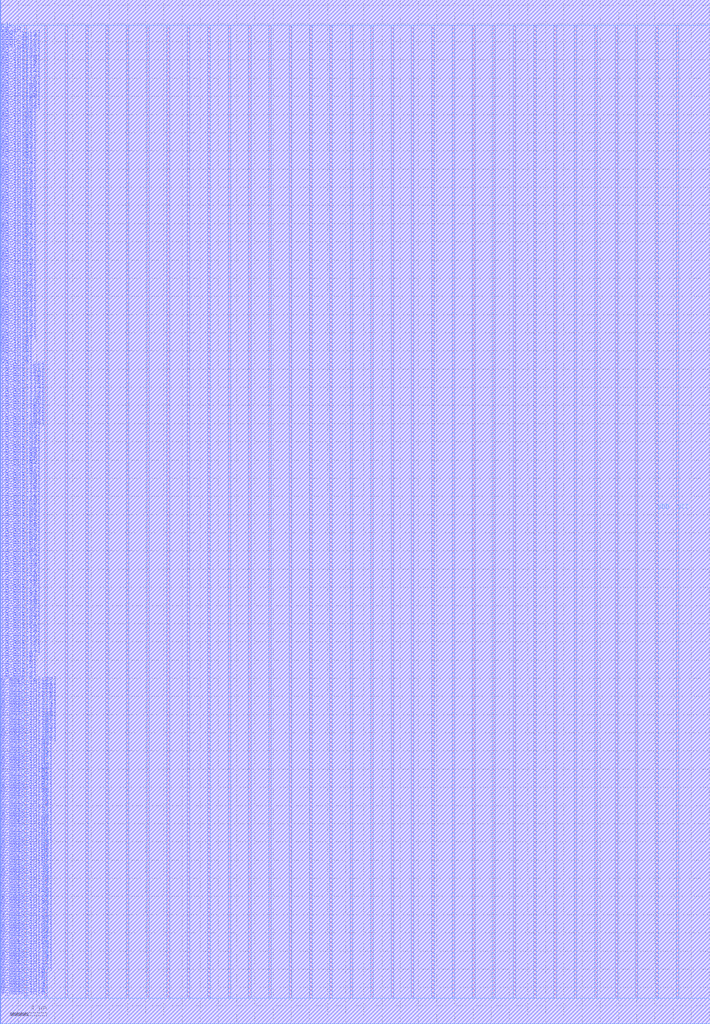
<source format=lef>
VERSION 5.7 ;
BUSBITCHARS "[]" ;
MACRO fakeram45_64x124_bottom
  FOREIGN fakeram45_64x124_bottom 0 0 ;
  SYMMETRY X Y R90 ;
  SIZE 78.090 BY 112.600 ;
  CLASS BLOCK ;
  PIN w_mask_in[0]
    DIRECTION INPUT ;
    USE SIGNAL ;
    SHAPE ABUTMENT ;
    PORT
      LAYER metal3 ;
      RECT 0.000 2.800 0.070 2.870 ;
    END
  END w_mask_in[0]
  PIN w_mask_in[1]
    DIRECTION INPUT ;
    USE SIGNAL ;
    SHAPE ABUTMENT ;
    PORT
      LAYER metal3 ;
      RECT 0.000 3.080 0.070 3.150 ;
    END
  END w_mask_in[1]
  PIN w_mask_in[2]
    DIRECTION INPUT ;
    USE SIGNAL ;
    SHAPE ABUTMENT ;
    PORT
      LAYER metal3 ;
      RECT 0.000 3.360 0.070 3.430 ;
    END
  END w_mask_in[2]
  PIN w_mask_in[3]
    DIRECTION INPUT ;
    USE SIGNAL ;
    SHAPE ABUTMENT ;
    PORT
      LAYER metal3 ;
      RECT 0.000 3.640 0.070 3.710 ;
    END
  END w_mask_in[3]
  PIN w_mask_in[4]
    DIRECTION INPUT ;
    USE SIGNAL ;
    SHAPE ABUTMENT ;
    PORT
      LAYER metal3 ;
      RECT 0.000 3.920 0.070 3.990 ;
    END
  END w_mask_in[4]
  PIN w_mask_in[5]
    DIRECTION INPUT ;
    USE SIGNAL ;
    SHAPE ABUTMENT ;
    PORT
      LAYER metal3 ;
      RECT 0.000 4.200 0.070 4.270 ;
    END
  END w_mask_in[5]
  PIN w_mask_in[6]
    DIRECTION INPUT ;
    USE SIGNAL ;
    SHAPE ABUTMENT ;
    PORT
      LAYER metal3 ;
      RECT 0.000 4.480 0.070 4.550 ;
    END
  END w_mask_in[6]
  PIN w_mask_in[7]
    DIRECTION INPUT ;
    USE SIGNAL ;
    SHAPE ABUTMENT ;
    PORT
      LAYER metal3 ;
      RECT 0.000 4.760 0.070 4.830 ;
    END
  END w_mask_in[7]
  PIN w_mask_in[8]
    DIRECTION INPUT ;
    USE SIGNAL ;
    SHAPE ABUTMENT ;
    PORT
      LAYER metal3 ;
      RECT 0.000 5.040 0.070 5.110 ;
    END
  END w_mask_in[8]
  PIN w_mask_in[9]
    DIRECTION INPUT ;
    USE SIGNAL ;
    SHAPE ABUTMENT ;
    PORT
      LAYER metal3 ;
      RECT 0.000 5.320 0.070 5.390 ;
    END
  END w_mask_in[9]
  PIN w_mask_in[10]
    DIRECTION INPUT ;
    USE SIGNAL ;
    SHAPE ABUTMENT ;
    PORT
      LAYER metal3 ;
      RECT 0.000 5.600 0.070 5.670 ;
    END
  END w_mask_in[10]
  PIN w_mask_in[11]
    DIRECTION INPUT ;
    USE SIGNAL ;
    SHAPE ABUTMENT ;
    PORT
      LAYER metal3 ;
      RECT 0.000 5.880 0.070 5.950 ;
    END
  END w_mask_in[11]
  PIN w_mask_in[12]
    DIRECTION INPUT ;
    USE SIGNAL ;
    SHAPE ABUTMENT ;
    PORT
      LAYER metal3 ;
      RECT 0.000 6.160 0.070 6.230 ;
    END
  END w_mask_in[12]
  PIN w_mask_in[13]
    DIRECTION INPUT ;
    USE SIGNAL ;
    SHAPE ABUTMENT ;
    PORT
      LAYER metal3 ;
      RECT 0.000 6.440 0.070 6.510 ;
    END
  END w_mask_in[13]
  PIN w_mask_in[14]
    DIRECTION INPUT ;
    USE SIGNAL ;
    SHAPE ABUTMENT ;
    PORT
      LAYER metal3 ;
      RECT 0.000 6.720 0.070 6.790 ;
    END
  END w_mask_in[14]
  PIN w_mask_in[15]
    DIRECTION INPUT ;
    USE SIGNAL ;
    SHAPE ABUTMENT ;
    PORT
      LAYER metal3 ;
      RECT 0.000 7.000 0.070 7.070 ;
    END
  END w_mask_in[15]
  PIN w_mask_in[16]
    DIRECTION INPUT ;
    USE SIGNAL ;
    SHAPE ABUTMENT ;
    PORT
      LAYER metal3 ;
      RECT 0.000 7.280 0.070 7.350 ;
    END
  END w_mask_in[16]
  PIN w_mask_in[17]
    DIRECTION INPUT ;
    USE SIGNAL ;
    SHAPE ABUTMENT ;
    PORT
      LAYER metal3 ;
      RECT 0.000 7.560 0.070 7.630 ;
    END
  END w_mask_in[17]
  PIN w_mask_in[18]
    DIRECTION INPUT ;
    USE SIGNAL ;
    SHAPE ABUTMENT ;
    PORT
      LAYER metal3 ;
      RECT 0.000 7.840 0.070 7.910 ;
    END
  END w_mask_in[18]
  PIN w_mask_in[19]
    DIRECTION INPUT ;
    USE SIGNAL ;
    SHAPE ABUTMENT ;
    PORT
      LAYER metal3 ;
      RECT 0.000 8.120 0.070 8.190 ;
    END
  END w_mask_in[19]
  PIN w_mask_in[20]
    DIRECTION INPUT ;
    USE SIGNAL ;
    SHAPE ABUTMENT ;
    PORT
      LAYER metal3 ;
      RECT 0.000 8.400 0.070 8.470 ;
    END
  END w_mask_in[20]
  PIN w_mask_in[21]
    DIRECTION INPUT ;
    USE SIGNAL ;
    SHAPE ABUTMENT ;
    PORT
      LAYER metal3 ;
      RECT 0.000 8.680 0.070 8.750 ;
    END
  END w_mask_in[21]
  PIN w_mask_in[22]
    DIRECTION INPUT ;
    USE SIGNAL ;
    SHAPE ABUTMENT ;
    PORT
      LAYER metal3 ;
      RECT 0.000 8.960 0.070 9.030 ;
    END
  END w_mask_in[22]
  PIN w_mask_in[23]
    DIRECTION INPUT ;
    USE SIGNAL ;
    SHAPE ABUTMENT ;
    PORT
      LAYER metal3 ;
      RECT 0.000 9.240 0.070 9.310 ;
    END
  END w_mask_in[23]
  PIN w_mask_in[24]
    DIRECTION INPUT ;
    USE SIGNAL ;
    SHAPE ABUTMENT ;
    PORT
      LAYER metal3 ;
      RECT 0.000 9.520 0.070 9.590 ;
    END
  END w_mask_in[24]
  PIN w_mask_in[25]
    DIRECTION INPUT ;
    USE SIGNAL ;
    SHAPE ABUTMENT ;
    PORT
      LAYER metal3 ;
      RECT 0.000 9.800 0.070 9.870 ;
    END
  END w_mask_in[25]
  PIN w_mask_in[26]
    DIRECTION INPUT ;
    USE SIGNAL ;
    SHAPE ABUTMENT ;
    PORT
      LAYER metal3 ;
      RECT 0.000 10.080 0.070 10.150 ;
    END
  END w_mask_in[26]
  PIN w_mask_in[27]
    DIRECTION INPUT ;
    USE SIGNAL ;
    SHAPE ABUTMENT ;
    PORT
      LAYER metal3 ;
      RECT 0.000 10.360 0.070 10.430 ;
    END
  END w_mask_in[27]
  PIN w_mask_in[28]
    DIRECTION INPUT ;
    USE SIGNAL ;
    SHAPE ABUTMENT ;
    PORT
      LAYER metal3 ;
      RECT 0.000 10.640 0.070 10.710 ;
    END
  END w_mask_in[28]
  PIN w_mask_in[29]
    DIRECTION INPUT ;
    USE SIGNAL ;
    SHAPE ABUTMENT ;
    PORT
      LAYER metal3 ;
      RECT 0.000 10.920 0.070 10.990 ;
    END
  END w_mask_in[29]
  PIN w_mask_in[30]
    DIRECTION INPUT ;
    USE SIGNAL ;
    SHAPE ABUTMENT ;
    PORT
      LAYER metal3 ;
      RECT 0.000 11.200 0.070 11.270 ;
    END
  END w_mask_in[30]
  PIN w_mask_in[31]
    DIRECTION INPUT ;
    USE SIGNAL ;
    SHAPE ABUTMENT ;
    PORT
      LAYER metal3 ;
      RECT 0.000 11.480 0.070 11.550 ;
    END
  END w_mask_in[31]
  PIN w_mask_in[32]
    DIRECTION INPUT ;
    USE SIGNAL ;
    SHAPE ABUTMENT ;
    PORT
      LAYER metal3 ;
      RECT 0.000 11.760 0.070 11.830 ;
    END
  END w_mask_in[32]
  PIN w_mask_in[33]
    DIRECTION INPUT ;
    USE SIGNAL ;
    SHAPE ABUTMENT ;
    PORT
      LAYER metal3 ;
      RECT 0.000 12.040 0.070 12.110 ;
    END
  END w_mask_in[33]
  PIN w_mask_in[34]
    DIRECTION INPUT ;
    USE SIGNAL ;
    SHAPE ABUTMENT ;
    PORT
      LAYER metal3 ;
      RECT 0.000 12.320 0.070 12.390 ;
    END
  END w_mask_in[34]
  PIN w_mask_in[35]
    DIRECTION INPUT ;
    USE SIGNAL ;
    SHAPE ABUTMENT ;
    PORT
      LAYER metal3 ;
      RECT 0.000 12.600 0.070 12.670 ;
    END
  END w_mask_in[35]
  PIN w_mask_in[36]
    DIRECTION INPUT ;
    USE SIGNAL ;
    SHAPE ABUTMENT ;
    PORT
      LAYER metal3 ;
      RECT 0.000 12.880 0.070 12.950 ;
    END
  END w_mask_in[36]
  PIN w_mask_in[37]
    DIRECTION INPUT ;
    USE SIGNAL ;
    SHAPE ABUTMENT ;
    PORT
      LAYER metal3 ;
      RECT 0.000 13.160 0.070 13.230 ;
    END
  END w_mask_in[37]
  PIN w_mask_in[38]
    DIRECTION INPUT ;
    USE SIGNAL ;
    SHAPE ABUTMENT ;
    PORT
      LAYER metal3 ;
      RECT 0.000 13.440 0.070 13.510 ;
    END
  END w_mask_in[38]
  PIN w_mask_in[39]
    DIRECTION INPUT ;
    USE SIGNAL ;
    SHAPE ABUTMENT ;
    PORT
      LAYER metal3 ;
      RECT 0.000 13.720 0.070 13.790 ;
    END
  END w_mask_in[39]
  PIN w_mask_in[40]
    DIRECTION INPUT ;
    USE SIGNAL ;
    SHAPE ABUTMENT ;
    PORT
      LAYER metal3 ;
      RECT 0.000 14.000 0.070 14.070 ;
    END
  END w_mask_in[40]
  PIN w_mask_in[41]
    DIRECTION INPUT ;
    USE SIGNAL ;
    SHAPE ABUTMENT ;
    PORT
      LAYER metal3 ;
      RECT 0.000 14.280 0.070 14.350 ;
    END
  END w_mask_in[41]
  PIN w_mask_in[42]
    DIRECTION INPUT ;
    USE SIGNAL ;
    SHAPE ABUTMENT ;
    PORT
      LAYER metal3 ;
      RECT 0.000 14.560 0.070 14.630 ;
    END
  END w_mask_in[42]
  PIN w_mask_in[43]
    DIRECTION INPUT ;
    USE SIGNAL ;
    SHAPE ABUTMENT ;
    PORT
      LAYER metal3 ;
      RECT 0.000 14.840 0.070 14.910 ;
    END
  END w_mask_in[43]
  PIN w_mask_in[44]
    DIRECTION INPUT ;
    USE SIGNAL ;
    SHAPE ABUTMENT ;
    PORT
      LAYER metal3 ;
      RECT 0.000 15.120 0.070 15.190 ;
    END
  END w_mask_in[44]
  PIN w_mask_in[45]
    DIRECTION INPUT ;
    USE SIGNAL ;
    SHAPE ABUTMENT ;
    PORT
      LAYER metal3 ;
      RECT 0.000 15.400 0.070 15.470 ;
    END
  END w_mask_in[45]
  PIN w_mask_in[46]
    DIRECTION INPUT ;
    USE SIGNAL ;
    SHAPE ABUTMENT ;
    PORT
      LAYER metal3 ;
      RECT 0.000 15.680 0.070 15.750 ;
    END
  END w_mask_in[46]
  PIN w_mask_in[47]
    DIRECTION INPUT ;
    USE SIGNAL ;
    SHAPE ABUTMENT ;
    PORT
      LAYER metal3 ;
      RECT 0.000 15.960 0.070 16.030 ;
    END
  END w_mask_in[47]
  PIN w_mask_in[48]
    DIRECTION INPUT ;
    USE SIGNAL ;
    SHAPE ABUTMENT ;
    PORT
      LAYER metal3 ;
      RECT 0.000 16.240 0.070 16.310 ;
    END
  END w_mask_in[48]
  PIN w_mask_in[49]
    DIRECTION INPUT ;
    USE SIGNAL ;
    SHAPE ABUTMENT ;
    PORT
      LAYER metal3 ;
      RECT 0.000 16.520 0.070 16.590 ;
    END
  END w_mask_in[49]
  PIN w_mask_in[50]
    DIRECTION INPUT ;
    USE SIGNAL ;
    SHAPE ABUTMENT ;
    PORT
      LAYER metal3 ;
      RECT 0.000 16.800 0.070 16.870 ;
    END
  END w_mask_in[50]
  PIN w_mask_in[51]
    DIRECTION INPUT ;
    USE SIGNAL ;
    SHAPE ABUTMENT ;
    PORT
      LAYER metal3 ;
      RECT 0.000 17.080 0.070 17.150 ;
    END
  END w_mask_in[51]
  PIN w_mask_in[52]
    DIRECTION INPUT ;
    USE SIGNAL ;
    SHAPE ABUTMENT ;
    PORT
      LAYER metal3 ;
      RECT 0.000 17.360 0.070 17.430 ;
    END
  END w_mask_in[52]
  PIN w_mask_in[53]
    DIRECTION INPUT ;
    USE SIGNAL ;
    SHAPE ABUTMENT ;
    PORT
      LAYER metal3 ;
      RECT 0.000 17.640 0.070 17.710 ;
    END
  END w_mask_in[53]
  PIN w_mask_in[54]
    DIRECTION INPUT ;
    USE SIGNAL ;
    SHAPE ABUTMENT ;
    PORT
      LAYER metal3 ;
      RECT 0.000 17.920 0.070 17.990 ;
    END
  END w_mask_in[54]
  PIN w_mask_in[55]
    DIRECTION INPUT ;
    USE SIGNAL ;
    SHAPE ABUTMENT ;
    PORT
      LAYER metal3 ;
      RECT 0.000 18.200 0.070 18.270 ;
    END
  END w_mask_in[55]
  PIN w_mask_in[56]
    DIRECTION INPUT ;
    USE SIGNAL ;
    SHAPE ABUTMENT ;
    PORT
      LAYER metal3 ;
      RECT 0.000 18.480 0.070 18.550 ;
    END
  END w_mask_in[56]
  PIN w_mask_in[57]
    DIRECTION INPUT ;
    USE SIGNAL ;
    SHAPE ABUTMENT ;
    PORT
      LAYER metal3 ;
      RECT 0.000 18.760 0.070 18.830 ;
    END
  END w_mask_in[57]
  PIN w_mask_in[58]
    DIRECTION INPUT ;
    USE SIGNAL ;
    SHAPE ABUTMENT ;
    PORT
      LAYER metal3 ;
      RECT 0.000 19.040 0.070 19.110 ;
    END
  END w_mask_in[58]
  PIN w_mask_in[59]
    DIRECTION INPUT ;
    USE SIGNAL ;
    SHAPE ABUTMENT ;
    PORT
      LAYER metal3 ;
      RECT 0.000 19.320 0.070 19.390 ;
    END
  END w_mask_in[59]
  PIN w_mask_in[60]
    DIRECTION INPUT ;
    USE SIGNAL ;
    SHAPE ABUTMENT ;
    PORT
      LAYER metal3 ;
      RECT 0.000 19.600 0.070 19.670 ;
    END
  END w_mask_in[60]
  PIN w_mask_in[61]
    DIRECTION INPUT ;
    USE SIGNAL ;
    SHAPE ABUTMENT ;
    PORT
      LAYER metal3 ;
      RECT 0.000 19.880 0.070 19.950 ;
    END
  END w_mask_in[61]
  PIN w_mask_in[62]
    DIRECTION INPUT ;
    USE SIGNAL ;
    SHAPE ABUTMENT ;
    PORT
      LAYER metal3 ;
      RECT 0.000 20.160 0.070 20.230 ;
    END
  END w_mask_in[62]
  PIN w_mask_in[63]
    DIRECTION INPUT ;
    USE SIGNAL ;
    SHAPE ABUTMENT ;
    PORT
      LAYER metal3 ;
      RECT 0.000 20.440 0.070 20.510 ;
    END
  END w_mask_in[63]
  PIN w_mask_in[64]
    DIRECTION INPUT ;
    USE SIGNAL ;
    SHAPE ABUTMENT ;
    PORT
      LAYER metal3 ;
      RECT 0.000 20.720 0.070 20.790 ;
    END
  END w_mask_in[64]
  PIN w_mask_in[65]
    DIRECTION INPUT ;
    USE SIGNAL ;
    SHAPE ABUTMENT ;
    PORT
      LAYER metal3 ;
      RECT 0.000 21.000 0.070 21.070 ;
    END
  END w_mask_in[65]
  PIN w_mask_in[66]
    DIRECTION INPUT ;
    USE SIGNAL ;
    SHAPE ABUTMENT ;
    PORT
      LAYER metal3 ;
      RECT 0.000 21.280 0.070 21.350 ;
    END
  END w_mask_in[66]
  PIN w_mask_in[67]
    DIRECTION INPUT ;
    USE SIGNAL ;
    SHAPE ABUTMENT ;
    PORT
      LAYER metal3 ;
      RECT 0.000 21.560 0.070 21.630 ;
    END
  END w_mask_in[67]
  PIN w_mask_in[68]
    DIRECTION INPUT ;
    USE SIGNAL ;
    SHAPE ABUTMENT ;
    PORT
      LAYER metal3 ;
      RECT 0.000 21.840 0.070 21.910 ;
    END
  END w_mask_in[68]
  PIN w_mask_in[69]
    DIRECTION INPUT ;
    USE SIGNAL ;
    SHAPE ABUTMENT ;
    PORT
      LAYER metal3 ;
      RECT 0.000 22.120 0.070 22.190 ;
    END
  END w_mask_in[69]
  PIN w_mask_in[70]
    DIRECTION INPUT ;
    USE SIGNAL ;
    SHAPE ABUTMENT ;
    PORT
      LAYER metal3 ;
      RECT 0.000 22.400 0.070 22.470 ;
    END
  END w_mask_in[70]
  PIN w_mask_in[71]
    DIRECTION INPUT ;
    USE SIGNAL ;
    SHAPE ABUTMENT ;
    PORT
      LAYER metal3 ;
      RECT 0.000 22.680 0.070 22.750 ;
    END
  END w_mask_in[71]
  PIN w_mask_in[72]
    DIRECTION INPUT ;
    USE SIGNAL ;
    SHAPE ABUTMENT ;
    PORT
      LAYER metal3 ;
      RECT 0.000 22.960 0.070 23.030 ;
    END
  END w_mask_in[72]
  PIN w_mask_in[73]
    DIRECTION INPUT ;
    USE SIGNAL ;
    SHAPE ABUTMENT ;
    PORT
      LAYER metal3 ;
      RECT 0.000 23.240 0.070 23.310 ;
    END
  END w_mask_in[73]
  PIN w_mask_in[74]
    DIRECTION INPUT ;
    USE SIGNAL ;
    SHAPE ABUTMENT ;
    PORT
      LAYER metal3 ;
      RECT 0.000 23.520 0.070 23.590 ;
    END
  END w_mask_in[74]
  PIN w_mask_in[75]
    DIRECTION INPUT ;
    USE SIGNAL ;
    SHAPE ABUTMENT ;
    PORT
      LAYER metal3 ;
      RECT 0.000 23.800 0.070 23.870 ;
    END
  END w_mask_in[75]
  PIN w_mask_in[76]
    DIRECTION INPUT ;
    USE SIGNAL ;
    SHAPE ABUTMENT ;
    PORT
      LAYER metal3 ;
      RECT 0.000 24.080 0.070 24.150 ;
    END
  END w_mask_in[76]
  PIN w_mask_in[77]
    DIRECTION INPUT ;
    USE SIGNAL ;
    SHAPE ABUTMENT ;
    PORT
      LAYER metal3 ;
      RECT 0.000 24.360 0.070 24.430 ;
    END
  END w_mask_in[77]
  PIN w_mask_in[78]
    DIRECTION INPUT ;
    USE SIGNAL ;
    SHAPE ABUTMENT ;
    PORT
      LAYER metal3 ;
      RECT 0.000 24.640 0.070 24.710 ;
    END
  END w_mask_in[78]
  PIN w_mask_in[79]
    DIRECTION INPUT ;
    USE SIGNAL ;
    SHAPE ABUTMENT ;
    PORT
      LAYER metal3 ;
      RECT 0.000 24.920 0.070 24.990 ;
    END
  END w_mask_in[79]
  PIN w_mask_in[80]
    DIRECTION INPUT ;
    USE SIGNAL ;
    SHAPE ABUTMENT ;
    PORT
      LAYER metal3 ;
      RECT 0.000 25.200 0.070 25.270 ;
    END
  END w_mask_in[80]
  PIN w_mask_in[81]
    DIRECTION INPUT ;
    USE SIGNAL ;
    SHAPE ABUTMENT ;
    PORT
      LAYER metal3 ;
      RECT 0.000 25.480 0.070 25.550 ;
    END
  END w_mask_in[81]
  PIN w_mask_in[82]
    DIRECTION INPUT ;
    USE SIGNAL ;
    SHAPE ABUTMENT ;
    PORT
      LAYER metal3 ;
      RECT 0.000 25.760 0.070 25.830 ;
    END
  END w_mask_in[82]
  PIN w_mask_in[83]
    DIRECTION INPUT ;
    USE SIGNAL ;
    SHAPE ABUTMENT ;
    PORT
      LAYER metal3 ;
      RECT 0.000 26.040 0.070 26.110 ;
    END
  END w_mask_in[83]
  PIN w_mask_in[84]
    DIRECTION INPUT ;
    USE SIGNAL ;
    SHAPE ABUTMENT ;
    PORT
      LAYER metal3 ;
      RECT 0.000 26.320 0.070 26.390 ;
    END
  END w_mask_in[84]
  PIN w_mask_in[85]
    DIRECTION INPUT ;
    USE SIGNAL ;
    SHAPE ABUTMENT ;
    PORT
      LAYER metal3 ;
      RECT 0.000 26.600 0.070 26.670 ;
    END
  END w_mask_in[85]
  PIN w_mask_in[86]
    DIRECTION INPUT ;
    USE SIGNAL ;
    SHAPE ABUTMENT ;
    PORT
      LAYER metal3 ;
      RECT 0.000 26.880 0.070 26.950 ;
    END
  END w_mask_in[86]
  PIN w_mask_in[87]
    DIRECTION INPUT ;
    USE SIGNAL ;
    SHAPE ABUTMENT ;
    PORT
      LAYER metal3 ;
      RECT 0.000 27.160 0.070 27.230 ;
    END
  END w_mask_in[87]
  PIN w_mask_in[88]
    DIRECTION INPUT ;
    USE SIGNAL ;
    SHAPE ABUTMENT ;
    PORT
      LAYER metal3 ;
      RECT 0.000 27.440 0.070 27.510 ;
    END
  END w_mask_in[88]
  PIN w_mask_in[89]
    DIRECTION INPUT ;
    USE SIGNAL ;
    SHAPE ABUTMENT ;
    PORT
      LAYER metal3 ;
      RECT 0.000 27.720 0.070 27.790 ;
    END
  END w_mask_in[89]
  PIN w_mask_in[90]
    DIRECTION INPUT ;
    USE SIGNAL ;
    SHAPE ABUTMENT ;
    PORT
      LAYER metal3 ;
      RECT 0.000 28.000 0.070 28.070 ;
    END
  END w_mask_in[90]
  PIN w_mask_in[91]
    DIRECTION INPUT ;
    USE SIGNAL ;
    SHAPE ABUTMENT ;
    PORT
      LAYER metal3 ;
      RECT 0.000 28.280 0.070 28.350 ;
    END
  END w_mask_in[91]
  PIN w_mask_in[92]
    DIRECTION INPUT ;
    USE SIGNAL ;
    SHAPE ABUTMENT ;
    PORT
      LAYER metal3 ;
      RECT 0.000 28.560 0.070 28.630 ;
    END
  END w_mask_in[92]
  PIN w_mask_in[93]
    DIRECTION INPUT ;
    USE SIGNAL ;
    SHAPE ABUTMENT ;
    PORT
      LAYER metal3 ;
      RECT 0.000 28.840 0.070 28.910 ;
    END
  END w_mask_in[93]
  PIN w_mask_in[94]
    DIRECTION INPUT ;
    USE SIGNAL ;
    SHAPE ABUTMENT ;
    PORT
      LAYER metal3 ;
      RECT 0.000 29.120 0.070 29.190 ;
    END
  END w_mask_in[94]
  PIN w_mask_in[95]
    DIRECTION INPUT ;
    USE SIGNAL ;
    SHAPE ABUTMENT ;
    PORT
      LAYER metal3 ;
      RECT 0.000 29.400 0.070 29.470 ;
    END
  END w_mask_in[95]
  PIN w_mask_in[96]
    DIRECTION INPUT ;
    USE SIGNAL ;
    SHAPE ABUTMENT ;
    PORT
      LAYER metal3 ;
      RECT 0.000 29.680 0.070 29.750 ;
    END
  END w_mask_in[96]
  PIN w_mask_in[97]
    DIRECTION INPUT ;
    USE SIGNAL ;
    SHAPE ABUTMENT ;
    PORT
      LAYER metal3 ;
      RECT 0.000 29.960 0.070 30.030 ;
    END
  END w_mask_in[97]
  PIN w_mask_in[98]
    DIRECTION INPUT ;
    USE SIGNAL ;
    SHAPE ABUTMENT ;
    PORT
      LAYER metal3 ;
      RECT 0.000 30.240 0.070 30.310 ;
    END
  END w_mask_in[98]
  PIN w_mask_in[99]
    DIRECTION INPUT ;
    USE SIGNAL ;
    SHAPE ABUTMENT ;
    PORT
      LAYER metal3 ;
      RECT 0.000 30.520 0.070 30.590 ;
    END
  END w_mask_in[99]
  PIN w_mask_in[100]
    DIRECTION INPUT ;
    USE SIGNAL ;
    SHAPE ABUTMENT ;
    PORT
      LAYER metal3 ;
      RECT 0.000 30.800 0.070 30.870 ;
    END
  END w_mask_in[100]
  PIN w_mask_in[101]
    DIRECTION INPUT ;
    USE SIGNAL ;
    SHAPE ABUTMENT ;
    PORT
      LAYER metal3 ;
      RECT 0.000 31.080 0.070 31.150 ;
    END
  END w_mask_in[101]
  PIN w_mask_in[102]
    DIRECTION INPUT ;
    USE SIGNAL ;
    SHAPE ABUTMENT ;
    PORT
      LAYER metal3 ;
      RECT 0.000 31.360 0.070 31.430 ;
    END
  END w_mask_in[102]
  PIN w_mask_in[103]
    DIRECTION INPUT ;
    USE SIGNAL ;
    SHAPE ABUTMENT ;
    PORT
      LAYER metal3 ;
      RECT 0.000 31.640 0.070 31.710 ;
    END
  END w_mask_in[103]
  PIN w_mask_in[104]
    DIRECTION INPUT ;
    USE SIGNAL ;
    SHAPE ABUTMENT ;
    PORT
      LAYER metal3 ;
      RECT 0.000 31.920 0.070 31.990 ;
    END
  END w_mask_in[104]
  PIN w_mask_in[105]
    DIRECTION INPUT ;
    USE SIGNAL ;
    SHAPE ABUTMENT ;
    PORT
      LAYER metal3 ;
      RECT 0.000 32.200 0.070 32.270 ;
    END
  END w_mask_in[105]
  PIN w_mask_in[106]
    DIRECTION INPUT ;
    USE SIGNAL ;
    SHAPE ABUTMENT ;
    PORT
      LAYER metal3 ;
      RECT 0.000 32.480 0.070 32.550 ;
    END
  END w_mask_in[106]
  PIN w_mask_in[107]
    DIRECTION INPUT ;
    USE SIGNAL ;
    SHAPE ABUTMENT ;
    PORT
      LAYER metal3 ;
      RECT 0.000 32.760 0.070 32.830 ;
    END
  END w_mask_in[107]
  PIN w_mask_in[108]
    DIRECTION INPUT ;
    USE SIGNAL ;
    SHAPE ABUTMENT ;
    PORT
      LAYER metal3 ;
      RECT 0.000 33.040 0.070 33.110 ;
    END
  END w_mask_in[108]
  PIN w_mask_in[109]
    DIRECTION INPUT ;
    USE SIGNAL ;
    SHAPE ABUTMENT ;
    PORT
      LAYER metal3 ;
      RECT 0.000 33.320 0.070 33.390 ;
    END
  END w_mask_in[109]
  PIN w_mask_in[110]
    DIRECTION INPUT ;
    USE SIGNAL ;
    SHAPE ABUTMENT ;
    PORT
      LAYER metal3 ;
      RECT 0.000 33.600 0.070 33.670 ;
    END
  END w_mask_in[110]
  PIN w_mask_in[111]
    DIRECTION INPUT ;
    USE SIGNAL ;
    SHAPE ABUTMENT ;
    PORT
      LAYER metal3 ;
      RECT 0.000 33.880 0.070 33.950 ;
    END
  END w_mask_in[111]
  PIN w_mask_in[112]
    DIRECTION INPUT ;
    USE SIGNAL ;
    SHAPE ABUTMENT ;
    PORT
      LAYER metal3 ;
      RECT 0.000 34.160 0.070 34.230 ;
    END
  END w_mask_in[112]
  PIN w_mask_in[113]
    DIRECTION INPUT ;
    USE SIGNAL ;
    SHAPE ABUTMENT ;
    PORT
      LAYER metal3 ;
      RECT 0.000 34.440 0.070 34.510 ;
    END
  END w_mask_in[113]
  PIN w_mask_in[114]
    DIRECTION INPUT ;
    USE SIGNAL ;
    SHAPE ABUTMENT ;
    PORT
      LAYER metal3 ;
      RECT 0.000 34.720 0.070 34.790 ;
    END
  END w_mask_in[114]
  PIN w_mask_in[115]
    DIRECTION INPUT ;
    USE SIGNAL ;
    SHAPE ABUTMENT ;
    PORT
      LAYER metal3 ;
      RECT 0.000 35.000 0.070 35.070 ;
    END
  END w_mask_in[115]
  PIN w_mask_in[116]
    DIRECTION INPUT ;
    USE SIGNAL ;
    SHAPE ABUTMENT ;
    PORT
      LAYER metal3 ;
      RECT 0.000 35.280 0.070 35.350 ;
    END
  END w_mask_in[116]
  PIN w_mask_in[117]
    DIRECTION INPUT ;
    USE SIGNAL ;
    SHAPE ABUTMENT ;
    PORT
      LAYER metal3 ;
      RECT 0.000 35.560 0.070 35.630 ;
    END
  END w_mask_in[117]
  PIN w_mask_in[118]
    DIRECTION INPUT ;
    USE SIGNAL ;
    SHAPE ABUTMENT ;
    PORT
      LAYER metal3 ;
      RECT 0.000 35.840 0.070 35.910 ;
    END
  END w_mask_in[118]
  PIN w_mask_in[119]
    DIRECTION INPUT ;
    USE SIGNAL ;
    SHAPE ABUTMENT ;
    PORT
      LAYER metal3 ;
      RECT 0.000 36.120 0.070 36.190 ;
    END
  END w_mask_in[119]
  PIN w_mask_in[120]
    DIRECTION INPUT ;
    USE SIGNAL ;
    SHAPE ABUTMENT ;
    PORT
      LAYER metal3 ;
      RECT 0.000 36.400 0.070 36.470 ;
    END
  END w_mask_in[120]
  PIN w_mask_in[121]
    DIRECTION INPUT ;
    USE SIGNAL ;
    SHAPE ABUTMENT ;
    PORT
      LAYER metal3 ;
      RECT 0.000 36.680 0.070 36.750 ;
    END
  END w_mask_in[121]
  PIN w_mask_in[122]
    DIRECTION INPUT ;
    USE SIGNAL ;
    SHAPE ABUTMENT ;
    PORT
      LAYER metal3 ;
      RECT 0.000 36.960 0.070 37.030 ;
    END
  END w_mask_in[122]
  PIN w_mask_in[123]
    DIRECTION INPUT ;
    USE SIGNAL ;
    SHAPE ABUTMENT ;
    PORT
      LAYER metal3 ;
      RECT 0.000 37.240 0.070 37.310 ;
    END
  END w_mask_in[123]
  PIN rd_out[0]
    DIRECTION OUTPUT ;
    USE SIGNAL ;
    SHAPE ABUTMENT ;
    PORT
      LAYER metal3 ;
      RECT 0.000 37.520 0.070 37.590 ;
    END
  END rd_out[0]
  PIN rd_out[1]
    DIRECTION OUTPUT ;
    USE SIGNAL ;
    SHAPE ABUTMENT ;
    PORT
      LAYER metal3 ;
      RECT 0.000 37.800 0.070 37.870 ;
    END
  END rd_out[1]
  PIN rd_out[2]
    DIRECTION OUTPUT ;
    USE SIGNAL ;
    SHAPE ABUTMENT ;
    PORT
      LAYER metal3 ;
      RECT 0.000 38.080 0.070 38.150 ;
    END
  END rd_out[2]
  PIN rd_out[3]
    DIRECTION OUTPUT ;
    USE SIGNAL ;
    SHAPE ABUTMENT ;
    PORT
      LAYER metal3 ;
      RECT 0.000 38.360 0.070 38.430 ;
    END
  END rd_out[3]
  PIN rd_out[4]
    DIRECTION OUTPUT ;
    USE SIGNAL ;
    SHAPE ABUTMENT ;
    PORT
      LAYER metal3 ;
      RECT 0.000 38.640 0.070 38.710 ;
    END
  END rd_out[4]
  PIN rd_out[5]
    DIRECTION OUTPUT ;
    USE SIGNAL ;
    SHAPE ABUTMENT ;
    PORT
      LAYER metal3 ;
      RECT 0.000 38.920 0.070 38.990 ;
    END
  END rd_out[5]
  PIN rd_out[6]
    DIRECTION OUTPUT ;
    USE SIGNAL ;
    SHAPE ABUTMENT ;
    PORT
      LAYER metal3 ;
      RECT 0.000 39.200 0.070 39.270 ;
    END
  END rd_out[6]
  PIN rd_out[7]
    DIRECTION OUTPUT ;
    USE SIGNAL ;
    SHAPE ABUTMENT ;
    PORT
      LAYER metal3 ;
      RECT 0.000 39.480 0.070 39.550 ;
    END
  END rd_out[7]
  PIN rd_out[8]
    DIRECTION OUTPUT ;
    USE SIGNAL ;
    SHAPE ABUTMENT ;
    PORT
      LAYER metal3 ;
      RECT 0.000 39.760 0.070 39.830 ;
    END
  END rd_out[8]
  PIN rd_out[9]
    DIRECTION OUTPUT ;
    USE SIGNAL ;
    SHAPE ABUTMENT ;
    PORT
      LAYER metal3 ;
      RECT 0.000 40.040 0.070 40.110 ;
    END
  END rd_out[9]
  PIN rd_out[10]
    DIRECTION OUTPUT ;
    USE SIGNAL ;
    SHAPE ABUTMENT ;
    PORT
      LAYER metal3 ;
      RECT 0.000 40.320 0.070 40.390 ;
    END
  END rd_out[10]
  PIN rd_out[11]
    DIRECTION OUTPUT ;
    USE SIGNAL ;
    SHAPE ABUTMENT ;
    PORT
      LAYER metal3 ;
      RECT 0.000 40.600 0.070 40.670 ;
    END
  END rd_out[11]
  PIN rd_out[12]
    DIRECTION OUTPUT ;
    USE SIGNAL ;
    SHAPE ABUTMENT ;
    PORT
      LAYER metal3 ;
      RECT 0.000 40.880 0.070 40.950 ;
    END
  END rd_out[12]
  PIN rd_out[13]
    DIRECTION OUTPUT ;
    USE SIGNAL ;
    SHAPE ABUTMENT ;
    PORT
      LAYER metal3 ;
      RECT 0.000 41.160 0.070 41.230 ;
    END
  END rd_out[13]
  PIN rd_out[14]
    DIRECTION OUTPUT ;
    USE SIGNAL ;
    SHAPE ABUTMENT ;
    PORT
      LAYER metal3 ;
      RECT 0.000 41.440 0.070 41.510 ;
    END
  END rd_out[14]
  PIN rd_out[15]
    DIRECTION OUTPUT ;
    USE SIGNAL ;
    SHAPE ABUTMENT ;
    PORT
      LAYER metal3 ;
      RECT 0.000 41.720 0.070 41.790 ;
    END
  END rd_out[15]
  PIN rd_out[16]
    DIRECTION OUTPUT ;
    USE SIGNAL ;
    SHAPE ABUTMENT ;
    PORT
      LAYER metal3 ;
      RECT 0.000 42.000 0.070 42.070 ;
    END
  END rd_out[16]
  PIN rd_out[17]
    DIRECTION OUTPUT ;
    USE SIGNAL ;
    SHAPE ABUTMENT ;
    PORT
      LAYER metal3 ;
      RECT 0.000 42.280 0.070 42.350 ;
    END
  END rd_out[17]
  PIN rd_out[18]
    DIRECTION OUTPUT ;
    USE SIGNAL ;
    SHAPE ABUTMENT ;
    PORT
      LAYER metal3 ;
      RECT 0.000 42.560 0.070 42.630 ;
    END
  END rd_out[18]
  PIN rd_out[19]
    DIRECTION OUTPUT ;
    USE SIGNAL ;
    SHAPE ABUTMENT ;
    PORT
      LAYER metal3 ;
      RECT 0.000 42.840 0.070 42.910 ;
    END
  END rd_out[19]
  PIN rd_out[20]
    DIRECTION OUTPUT ;
    USE SIGNAL ;
    SHAPE ABUTMENT ;
    PORT
      LAYER metal3 ;
      RECT 0.000 43.120 0.070 43.190 ;
    END
  END rd_out[20]
  PIN rd_out[21]
    DIRECTION OUTPUT ;
    USE SIGNAL ;
    SHAPE ABUTMENT ;
    PORT
      LAYER metal3 ;
      RECT 0.000 43.400 0.070 43.470 ;
    END
  END rd_out[21]
  PIN rd_out[22]
    DIRECTION OUTPUT ;
    USE SIGNAL ;
    SHAPE ABUTMENT ;
    PORT
      LAYER metal3 ;
      RECT 0.000 43.680 0.070 43.750 ;
    END
  END rd_out[22]
  PIN rd_out[23]
    DIRECTION OUTPUT ;
    USE SIGNAL ;
    SHAPE ABUTMENT ;
    PORT
      LAYER metal3 ;
      RECT 0.000 43.960 0.070 44.030 ;
    END
  END rd_out[23]
  PIN rd_out[24]
    DIRECTION OUTPUT ;
    USE SIGNAL ;
    SHAPE ABUTMENT ;
    PORT
      LAYER metal3 ;
      RECT 0.000 44.240 0.070 44.310 ;
    END
  END rd_out[24]
  PIN rd_out[25]
    DIRECTION OUTPUT ;
    USE SIGNAL ;
    SHAPE ABUTMENT ;
    PORT
      LAYER metal3 ;
      RECT 0.000 44.520 0.070 44.590 ;
    END
  END rd_out[25]
  PIN rd_out[26]
    DIRECTION OUTPUT ;
    USE SIGNAL ;
    SHAPE ABUTMENT ;
    PORT
      LAYER metal3 ;
      RECT 0.000 44.800 0.070 44.870 ;
    END
  END rd_out[26]
  PIN rd_out[27]
    DIRECTION OUTPUT ;
    USE SIGNAL ;
    SHAPE ABUTMENT ;
    PORT
      LAYER metal3 ;
      RECT 0.000 45.080 0.070 45.150 ;
    END
  END rd_out[27]
  PIN rd_out[28]
    DIRECTION OUTPUT ;
    USE SIGNAL ;
    SHAPE ABUTMENT ;
    PORT
      LAYER metal3 ;
      RECT 0.000 45.360 0.070 45.430 ;
    END
  END rd_out[28]
  PIN rd_out[29]
    DIRECTION OUTPUT ;
    USE SIGNAL ;
    SHAPE ABUTMENT ;
    PORT
      LAYER metal3 ;
      RECT 0.000 45.640 0.070 45.710 ;
    END
  END rd_out[29]
  PIN rd_out[30]
    DIRECTION OUTPUT ;
    USE SIGNAL ;
    SHAPE ABUTMENT ;
    PORT
      LAYER metal3 ;
      RECT 0.000 45.920 0.070 45.990 ;
    END
  END rd_out[30]
  PIN rd_out[31]
    DIRECTION OUTPUT ;
    USE SIGNAL ;
    SHAPE ABUTMENT ;
    PORT
      LAYER metal3 ;
      RECT 0.000 46.200 0.070 46.270 ;
    END
  END rd_out[31]
  PIN rd_out[32]
    DIRECTION OUTPUT ;
    USE SIGNAL ;
    SHAPE ABUTMENT ;
    PORT
      LAYER metal3 ;
      RECT 0.000 46.480 0.070 46.550 ;
    END
  END rd_out[32]
  PIN rd_out[33]
    DIRECTION OUTPUT ;
    USE SIGNAL ;
    SHAPE ABUTMENT ;
    PORT
      LAYER metal3 ;
      RECT 0.000 46.760 0.070 46.830 ;
    END
  END rd_out[33]
  PIN rd_out[34]
    DIRECTION OUTPUT ;
    USE SIGNAL ;
    SHAPE ABUTMENT ;
    PORT
      LAYER metal3 ;
      RECT 0.000 47.040 0.070 47.110 ;
    END
  END rd_out[34]
  PIN rd_out[35]
    DIRECTION OUTPUT ;
    USE SIGNAL ;
    SHAPE ABUTMENT ;
    PORT
      LAYER metal3 ;
      RECT 0.000 47.320 0.070 47.390 ;
    END
  END rd_out[35]
  PIN rd_out[36]
    DIRECTION OUTPUT ;
    USE SIGNAL ;
    SHAPE ABUTMENT ;
    PORT
      LAYER metal3 ;
      RECT 0.000 47.600 0.070 47.670 ;
    END
  END rd_out[36]
  PIN rd_out[37]
    DIRECTION OUTPUT ;
    USE SIGNAL ;
    SHAPE ABUTMENT ;
    PORT
      LAYER metal3 ;
      RECT 0.000 47.880 0.070 47.950 ;
    END
  END rd_out[37]
  PIN rd_out[38]
    DIRECTION OUTPUT ;
    USE SIGNAL ;
    SHAPE ABUTMENT ;
    PORT
      LAYER metal3 ;
      RECT 0.000 48.160 0.070 48.230 ;
    END
  END rd_out[38]
  PIN rd_out[39]
    DIRECTION OUTPUT ;
    USE SIGNAL ;
    SHAPE ABUTMENT ;
    PORT
      LAYER metal3 ;
      RECT 0.000 48.440 0.070 48.510 ;
    END
  END rd_out[39]
  PIN rd_out[40]
    DIRECTION OUTPUT ;
    USE SIGNAL ;
    SHAPE ABUTMENT ;
    PORT
      LAYER metal3 ;
      RECT 0.000 48.720 0.070 48.790 ;
    END
  END rd_out[40]
  PIN rd_out[41]
    DIRECTION OUTPUT ;
    USE SIGNAL ;
    SHAPE ABUTMENT ;
    PORT
      LAYER metal3 ;
      RECT 0.000 49.000 0.070 49.070 ;
    END
  END rd_out[41]
  PIN rd_out[42]
    DIRECTION OUTPUT ;
    USE SIGNAL ;
    SHAPE ABUTMENT ;
    PORT
      LAYER metal3 ;
      RECT 0.000 49.280 0.070 49.350 ;
    END
  END rd_out[42]
  PIN rd_out[43]
    DIRECTION OUTPUT ;
    USE SIGNAL ;
    SHAPE ABUTMENT ;
    PORT
      LAYER metal3 ;
      RECT 0.000 49.560 0.070 49.630 ;
    END
  END rd_out[43]
  PIN rd_out[44]
    DIRECTION OUTPUT ;
    USE SIGNAL ;
    SHAPE ABUTMENT ;
    PORT
      LAYER metal3 ;
      RECT 0.000 49.840 0.070 49.910 ;
    END
  END rd_out[44]
  PIN rd_out[45]
    DIRECTION OUTPUT ;
    USE SIGNAL ;
    SHAPE ABUTMENT ;
    PORT
      LAYER metal3 ;
      RECT 0.000 50.120 0.070 50.190 ;
    END
  END rd_out[45]
  PIN rd_out[46]
    DIRECTION OUTPUT ;
    USE SIGNAL ;
    SHAPE ABUTMENT ;
    PORT
      LAYER metal3 ;
      RECT 0.000 50.400 0.070 50.470 ;
    END
  END rd_out[46]
  PIN rd_out[47]
    DIRECTION OUTPUT ;
    USE SIGNAL ;
    SHAPE ABUTMENT ;
    PORT
      LAYER metal3 ;
      RECT 0.000 50.680 0.070 50.750 ;
    END
  END rd_out[47]
  PIN rd_out[48]
    DIRECTION OUTPUT ;
    USE SIGNAL ;
    SHAPE ABUTMENT ;
    PORT
      LAYER metal3 ;
      RECT 0.000 50.960 0.070 51.030 ;
    END
  END rd_out[48]
  PIN rd_out[49]
    DIRECTION OUTPUT ;
    USE SIGNAL ;
    SHAPE ABUTMENT ;
    PORT
      LAYER metal3 ;
      RECT 0.000 51.240 0.070 51.310 ;
    END
  END rd_out[49]
  PIN rd_out[50]
    DIRECTION OUTPUT ;
    USE SIGNAL ;
    SHAPE ABUTMENT ;
    PORT
      LAYER metal3 ;
      RECT 0.000 51.520 0.070 51.590 ;
    END
  END rd_out[50]
  PIN rd_out[51]
    DIRECTION OUTPUT ;
    USE SIGNAL ;
    SHAPE ABUTMENT ;
    PORT
      LAYER metal3 ;
      RECT 0.000 51.800 0.070 51.870 ;
    END
  END rd_out[51]
  PIN rd_out[52]
    DIRECTION OUTPUT ;
    USE SIGNAL ;
    SHAPE ABUTMENT ;
    PORT
      LAYER metal3 ;
      RECT 0.000 52.080 0.070 52.150 ;
    END
  END rd_out[52]
  PIN rd_out[53]
    DIRECTION OUTPUT ;
    USE SIGNAL ;
    SHAPE ABUTMENT ;
    PORT
      LAYER metal3 ;
      RECT 0.000 52.360 0.070 52.430 ;
    END
  END rd_out[53]
  PIN rd_out[54]
    DIRECTION OUTPUT ;
    USE SIGNAL ;
    SHAPE ABUTMENT ;
    PORT
      LAYER metal3 ;
      RECT 0.000 52.640 0.070 52.710 ;
    END
  END rd_out[54]
  PIN rd_out[55]
    DIRECTION OUTPUT ;
    USE SIGNAL ;
    SHAPE ABUTMENT ;
    PORT
      LAYER metal3 ;
      RECT 0.000 52.920 0.070 52.990 ;
    END
  END rd_out[55]
  PIN rd_out[56]
    DIRECTION OUTPUT ;
    USE SIGNAL ;
    SHAPE ABUTMENT ;
    PORT
      LAYER metal3 ;
      RECT 0.000 53.200 0.070 53.270 ;
    END
  END rd_out[56]
  PIN rd_out[57]
    DIRECTION OUTPUT ;
    USE SIGNAL ;
    SHAPE ABUTMENT ;
    PORT
      LAYER metal3 ;
      RECT 0.000 53.480 0.070 53.550 ;
    END
  END rd_out[57]
  PIN rd_out[58]
    DIRECTION OUTPUT ;
    USE SIGNAL ;
    SHAPE ABUTMENT ;
    PORT
      LAYER metal3 ;
      RECT 0.000 53.760 0.070 53.830 ;
    END
  END rd_out[58]
  PIN rd_out[59]
    DIRECTION OUTPUT ;
    USE SIGNAL ;
    SHAPE ABUTMENT ;
    PORT
      LAYER metal3 ;
      RECT 0.000 54.040 0.070 54.110 ;
    END
  END rd_out[59]
  PIN rd_out[60]
    DIRECTION OUTPUT ;
    USE SIGNAL ;
    SHAPE ABUTMENT ;
    PORT
      LAYER metal3 ;
      RECT 0.000 54.320 0.070 54.390 ;
    END
  END rd_out[60]
  PIN rd_out[61]
    DIRECTION OUTPUT ;
    USE SIGNAL ;
    SHAPE ABUTMENT ;
    PORT
      LAYER metal3 ;
      RECT 0.000 54.600 0.070 54.670 ;
    END
  END rd_out[61]
  PIN rd_out[62]
    DIRECTION OUTPUT ;
    USE SIGNAL ;
    SHAPE ABUTMENT ;
    PORT
      LAYER metal3 ;
      RECT 0.000 54.880 0.070 54.950 ;
    END
  END rd_out[62]
  PIN rd_out[63]
    DIRECTION OUTPUT ;
    USE SIGNAL ;
    SHAPE ABUTMENT ;
    PORT
      LAYER metal3 ;
      RECT 0.000 55.160 0.070 55.230 ;
    END
  END rd_out[63]
  PIN rd_out[64]
    DIRECTION OUTPUT ;
    USE SIGNAL ;
    SHAPE ABUTMENT ;
    PORT
      LAYER metal3 ;
      RECT 0.000 55.440 0.070 55.510 ;
    END
  END rd_out[64]
  PIN rd_out[65]
    DIRECTION OUTPUT ;
    USE SIGNAL ;
    SHAPE ABUTMENT ;
    PORT
      LAYER metal3 ;
      RECT 0.000 55.720 0.070 55.790 ;
    END
  END rd_out[65]
  PIN rd_out[66]
    DIRECTION OUTPUT ;
    USE SIGNAL ;
    SHAPE ABUTMENT ;
    PORT
      LAYER metal3 ;
      RECT 0.000 56.000 0.070 56.070 ;
    END
  END rd_out[66]
  PIN rd_out[67]
    DIRECTION OUTPUT ;
    USE SIGNAL ;
    SHAPE ABUTMENT ;
    PORT
      LAYER metal3 ;
      RECT 0.000 56.280 0.070 56.350 ;
    END
  END rd_out[67]
  PIN rd_out[68]
    DIRECTION OUTPUT ;
    USE SIGNAL ;
    SHAPE ABUTMENT ;
    PORT
      LAYER metal3 ;
      RECT 0.000 56.560 0.070 56.630 ;
    END
  END rd_out[68]
  PIN rd_out[69]
    DIRECTION OUTPUT ;
    USE SIGNAL ;
    SHAPE ABUTMENT ;
    PORT
      LAYER metal3 ;
      RECT 0.000 56.840 0.070 56.910 ;
    END
  END rd_out[69]
  PIN rd_out[70]
    DIRECTION OUTPUT ;
    USE SIGNAL ;
    SHAPE ABUTMENT ;
    PORT
      LAYER metal3 ;
      RECT 0.000 57.120 0.070 57.190 ;
    END
  END rd_out[70]
  PIN rd_out[71]
    DIRECTION OUTPUT ;
    USE SIGNAL ;
    SHAPE ABUTMENT ;
    PORT
      LAYER metal3 ;
      RECT 0.000 57.400 0.070 57.470 ;
    END
  END rd_out[71]
  PIN rd_out[72]
    DIRECTION OUTPUT ;
    USE SIGNAL ;
    SHAPE ABUTMENT ;
    PORT
      LAYER metal3 ;
      RECT 0.000 57.680 0.070 57.750 ;
    END
  END rd_out[72]
  PIN rd_out[73]
    DIRECTION OUTPUT ;
    USE SIGNAL ;
    SHAPE ABUTMENT ;
    PORT
      LAYER metal3 ;
      RECT 0.000 57.960 0.070 58.030 ;
    END
  END rd_out[73]
  PIN rd_out[74]
    DIRECTION OUTPUT ;
    USE SIGNAL ;
    SHAPE ABUTMENT ;
    PORT
      LAYER metal3 ;
      RECT 0.000 58.240 0.070 58.310 ;
    END
  END rd_out[74]
  PIN rd_out[75]
    DIRECTION OUTPUT ;
    USE SIGNAL ;
    SHAPE ABUTMENT ;
    PORT
      LAYER metal3 ;
      RECT 0.000 58.520 0.070 58.590 ;
    END
  END rd_out[75]
  PIN rd_out[76]
    DIRECTION OUTPUT ;
    USE SIGNAL ;
    SHAPE ABUTMENT ;
    PORT
      LAYER metal3 ;
      RECT 0.000 58.800 0.070 58.870 ;
    END
  END rd_out[76]
  PIN rd_out[77]
    DIRECTION OUTPUT ;
    USE SIGNAL ;
    SHAPE ABUTMENT ;
    PORT
      LAYER metal3 ;
      RECT 0.000 59.080 0.070 59.150 ;
    END
  END rd_out[77]
  PIN rd_out[78]
    DIRECTION OUTPUT ;
    USE SIGNAL ;
    SHAPE ABUTMENT ;
    PORT
      LAYER metal3 ;
      RECT 0.000 59.360 0.070 59.430 ;
    END
  END rd_out[78]
  PIN rd_out[79]
    DIRECTION OUTPUT ;
    USE SIGNAL ;
    SHAPE ABUTMENT ;
    PORT
      LAYER metal3 ;
      RECT 0.000 59.640 0.070 59.710 ;
    END
  END rd_out[79]
  PIN rd_out[80]
    DIRECTION OUTPUT ;
    USE SIGNAL ;
    SHAPE ABUTMENT ;
    PORT
      LAYER metal3 ;
      RECT 0.000 59.920 0.070 59.990 ;
    END
  END rd_out[80]
  PIN rd_out[81]
    DIRECTION OUTPUT ;
    USE SIGNAL ;
    SHAPE ABUTMENT ;
    PORT
      LAYER metal3 ;
      RECT 0.000 60.200 0.070 60.270 ;
    END
  END rd_out[81]
  PIN rd_out[82]
    DIRECTION OUTPUT ;
    USE SIGNAL ;
    SHAPE ABUTMENT ;
    PORT
      LAYER metal3 ;
      RECT 0.000 60.480 0.070 60.550 ;
    END
  END rd_out[82]
  PIN rd_out[83]
    DIRECTION OUTPUT ;
    USE SIGNAL ;
    SHAPE ABUTMENT ;
    PORT
      LAYER metal3 ;
      RECT 0.000 60.760 0.070 60.830 ;
    END
  END rd_out[83]
  PIN rd_out[84]
    DIRECTION OUTPUT ;
    USE SIGNAL ;
    SHAPE ABUTMENT ;
    PORT
      LAYER metal3 ;
      RECT 0.000 61.040 0.070 61.110 ;
    END
  END rd_out[84]
  PIN rd_out[85]
    DIRECTION OUTPUT ;
    USE SIGNAL ;
    SHAPE ABUTMENT ;
    PORT
      LAYER metal3 ;
      RECT 0.000 61.320 0.070 61.390 ;
    END
  END rd_out[85]
  PIN rd_out[86]
    DIRECTION OUTPUT ;
    USE SIGNAL ;
    SHAPE ABUTMENT ;
    PORT
      LAYER metal3 ;
      RECT 0.000 61.600 0.070 61.670 ;
    END
  END rd_out[86]
  PIN rd_out[87]
    DIRECTION OUTPUT ;
    USE SIGNAL ;
    SHAPE ABUTMENT ;
    PORT
      LAYER metal3 ;
      RECT 0.000 61.880 0.070 61.950 ;
    END
  END rd_out[87]
  PIN rd_out[88]
    DIRECTION OUTPUT ;
    USE SIGNAL ;
    SHAPE ABUTMENT ;
    PORT
      LAYER metal3 ;
      RECT 0.000 62.160 0.070 62.230 ;
    END
  END rd_out[88]
  PIN rd_out[89]
    DIRECTION OUTPUT ;
    USE SIGNAL ;
    SHAPE ABUTMENT ;
    PORT
      LAYER metal3 ;
      RECT 0.000 62.440 0.070 62.510 ;
    END
  END rd_out[89]
  PIN rd_out[90]
    DIRECTION OUTPUT ;
    USE SIGNAL ;
    SHAPE ABUTMENT ;
    PORT
      LAYER metal3 ;
      RECT 0.000 62.720 0.070 62.790 ;
    END
  END rd_out[90]
  PIN rd_out[91]
    DIRECTION OUTPUT ;
    USE SIGNAL ;
    SHAPE ABUTMENT ;
    PORT
      LAYER metal3 ;
      RECT 0.000 63.000 0.070 63.070 ;
    END
  END rd_out[91]
  PIN rd_out[92]
    DIRECTION OUTPUT ;
    USE SIGNAL ;
    SHAPE ABUTMENT ;
    PORT
      LAYER metal3 ;
      RECT 0.000 63.280 0.070 63.350 ;
    END
  END rd_out[92]
  PIN rd_out[93]
    DIRECTION OUTPUT ;
    USE SIGNAL ;
    SHAPE ABUTMENT ;
    PORT
      LAYER metal3 ;
      RECT 0.000 63.560 0.070 63.630 ;
    END
  END rd_out[93]
  PIN rd_out[94]
    DIRECTION OUTPUT ;
    USE SIGNAL ;
    SHAPE ABUTMENT ;
    PORT
      LAYER metal3 ;
      RECT 0.000 63.840 0.070 63.910 ;
    END
  END rd_out[94]
  PIN rd_out[95]
    DIRECTION OUTPUT ;
    USE SIGNAL ;
    SHAPE ABUTMENT ;
    PORT
      LAYER metal3 ;
      RECT 0.000 64.120 0.070 64.190 ;
    END
  END rd_out[95]
  PIN rd_out[96]
    DIRECTION OUTPUT ;
    USE SIGNAL ;
    SHAPE ABUTMENT ;
    PORT
      LAYER metal3 ;
      RECT 0.000 64.400 0.070 64.470 ;
    END
  END rd_out[96]
  PIN rd_out[97]
    DIRECTION OUTPUT ;
    USE SIGNAL ;
    SHAPE ABUTMENT ;
    PORT
      LAYER metal3 ;
      RECT 0.000 64.680 0.070 64.750 ;
    END
  END rd_out[97]
  PIN rd_out[98]
    DIRECTION OUTPUT ;
    USE SIGNAL ;
    SHAPE ABUTMENT ;
    PORT
      LAYER metal3 ;
      RECT 0.000 64.960 0.070 65.030 ;
    END
  END rd_out[98]
  PIN rd_out[99]
    DIRECTION OUTPUT ;
    USE SIGNAL ;
    SHAPE ABUTMENT ;
    PORT
      LAYER metal3 ;
      RECT 0.000 65.240 0.070 65.310 ;
    END
  END rd_out[99]
  PIN rd_out[100]
    DIRECTION OUTPUT ;
    USE SIGNAL ;
    SHAPE ABUTMENT ;
    PORT
      LAYER metal3 ;
      RECT 0.000 65.520 0.070 65.590 ;
    END
  END rd_out[100]
  PIN rd_out[101]
    DIRECTION OUTPUT ;
    USE SIGNAL ;
    SHAPE ABUTMENT ;
    PORT
      LAYER metal3 ;
      RECT 0.000 65.800 0.070 65.870 ;
    END
  END rd_out[101]
  PIN rd_out[102]
    DIRECTION OUTPUT ;
    USE SIGNAL ;
    SHAPE ABUTMENT ;
    PORT
      LAYER metal3 ;
      RECT 0.000 66.080 0.070 66.150 ;
    END
  END rd_out[102]
  PIN rd_out[103]
    DIRECTION OUTPUT ;
    USE SIGNAL ;
    SHAPE ABUTMENT ;
    PORT
      LAYER metal3 ;
      RECT 0.000 66.360 0.070 66.430 ;
    END
  END rd_out[103]
  PIN rd_out[104]
    DIRECTION OUTPUT ;
    USE SIGNAL ;
    SHAPE ABUTMENT ;
    PORT
      LAYER metal3 ;
      RECT 0.000 66.640 0.070 66.710 ;
    END
  END rd_out[104]
  PIN rd_out[105]
    DIRECTION OUTPUT ;
    USE SIGNAL ;
    SHAPE ABUTMENT ;
    PORT
      LAYER metal3 ;
      RECT 0.000 66.920 0.070 66.990 ;
    END
  END rd_out[105]
  PIN rd_out[106]
    DIRECTION OUTPUT ;
    USE SIGNAL ;
    SHAPE ABUTMENT ;
    PORT
      LAYER metal3 ;
      RECT 0.000 67.200 0.070 67.270 ;
    END
  END rd_out[106]
  PIN rd_out[107]
    DIRECTION OUTPUT ;
    USE SIGNAL ;
    SHAPE ABUTMENT ;
    PORT
      LAYER metal3 ;
      RECT 0.000 67.480 0.070 67.550 ;
    END
  END rd_out[107]
  PIN rd_out[108]
    DIRECTION OUTPUT ;
    USE SIGNAL ;
    SHAPE ABUTMENT ;
    PORT
      LAYER metal3 ;
      RECT 0.000 67.760 0.070 67.830 ;
    END
  END rd_out[108]
  PIN rd_out[109]
    DIRECTION OUTPUT ;
    USE SIGNAL ;
    SHAPE ABUTMENT ;
    PORT
      LAYER metal3 ;
      RECT 0.000 68.040 0.070 68.110 ;
    END
  END rd_out[109]
  PIN rd_out[110]
    DIRECTION OUTPUT ;
    USE SIGNAL ;
    SHAPE ABUTMENT ;
    PORT
      LAYER metal3 ;
      RECT 0.000 68.320 0.070 68.390 ;
    END
  END rd_out[110]
  PIN rd_out[111]
    DIRECTION OUTPUT ;
    USE SIGNAL ;
    SHAPE ABUTMENT ;
    PORT
      LAYER metal3 ;
      RECT 0.000 68.600 0.070 68.670 ;
    END
  END rd_out[111]
  PIN rd_out[112]
    DIRECTION OUTPUT ;
    USE SIGNAL ;
    SHAPE ABUTMENT ;
    PORT
      LAYER metal3 ;
      RECT 0.000 68.880 0.070 68.950 ;
    END
  END rd_out[112]
  PIN rd_out[113]
    DIRECTION OUTPUT ;
    USE SIGNAL ;
    SHAPE ABUTMENT ;
    PORT
      LAYER metal3 ;
      RECT 0.000 69.160 0.070 69.230 ;
    END
  END rd_out[113]
  PIN rd_out[114]
    DIRECTION OUTPUT ;
    USE SIGNAL ;
    SHAPE ABUTMENT ;
    PORT
      LAYER metal3 ;
      RECT 0.000 69.440 0.070 69.510 ;
    END
  END rd_out[114]
  PIN rd_out[115]
    DIRECTION OUTPUT ;
    USE SIGNAL ;
    SHAPE ABUTMENT ;
    PORT
      LAYER metal3 ;
      RECT 0.000 69.720 0.070 69.790 ;
    END
  END rd_out[115]
  PIN rd_out[116]
    DIRECTION OUTPUT ;
    USE SIGNAL ;
    SHAPE ABUTMENT ;
    PORT
      LAYER metal3 ;
      RECT 0.000 70.000 0.070 70.070 ;
    END
  END rd_out[116]
  PIN rd_out[117]
    DIRECTION OUTPUT ;
    USE SIGNAL ;
    SHAPE ABUTMENT ;
    PORT
      LAYER metal3 ;
      RECT 0.000 70.280 0.070 70.350 ;
    END
  END rd_out[117]
  PIN rd_out[118]
    DIRECTION OUTPUT ;
    USE SIGNAL ;
    SHAPE ABUTMENT ;
    PORT
      LAYER metal3 ;
      RECT 0.000 70.560 0.070 70.630 ;
    END
  END rd_out[118]
  PIN rd_out[119]
    DIRECTION OUTPUT ;
    USE SIGNAL ;
    SHAPE ABUTMENT ;
    PORT
      LAYER metal3 ;
      RECT 0.000 70.840 0.070 70.910 ;
    END
  END rd_out[119]
  PIN rd_out[120]
    DIRECTION OUTPUT ;
    USE SIGNAL ;
    SHAPE ABUTMENT ;
    PORT
      LAYER metal3 ;
      RECT 0.000 71.120 0.070 71.190 ;
    END
  END rd_out[120]
  PIN rd_out[121]
    DIRECTION OUTPUT ;
    USE SIGNAL ;
    SHAPE ABUTMENT ;
    PORT
      LAYER metal3 ;
      RECT 0.000 71.400 0.070 71.470 ;
    END
  END rd_out[121]
  PIN rd_out[122]
    DIRECTION OUTPUT ;
    USE SIGNAL ;
    SHAPE ABUTMENT ;
    PORT
      LAYER metal3 ;
      RECT 0.000 71.680 0.070 71.750 ;
    END
  END rd_out[122]
  PIN rd_out[123]
    DIRECTION OUTPUT ;
    USE SIGNAL ;
    SHAPE ABUTMENT ;
    PORT
      LAYER metal3 ;
      RECT 0.000 71.960 0.070 72.030 ;
    END
  END rd_out[123]
  PIN wd_in[0]
    DIRECTION INPUT ;
    USE SIGNAL ;
    SHAPE ABUTMENT ;
    PORT
      LAYER metal3 ;
      RECT 0.000 72.240 0.070 72.310 ;
    END
  END wd_in[0]
  PIN wd_in[1]
    DIRECTION INPUT ;
    USE SIGNAL ;
    SHAPE ABUTMENT ;
    PORT
      LAYER metal3 ;
      RECT 0.000 72.520 0.070 72.590 ;
    END
  END wd_in[1]
  PIN wd_in[2]
    DIRECTION INPUT ;
    USE SIGNAL ;
    SHAPE ABUTMENT ;
    PORT
      LAYER metal3 ;
      RECT 0.000 72.800 0.070 72.870 ;
    END
  END wd_in[2]
  PIN wd_in[3]
    DIRECTION INPUT ;
    USE SIGNAL ;
    SHAPE ABUTMENT ;
    PORT
      LAYER metal3 ;
      RECT 0.000 73.080 0.070 73.150 ;
    END
  END wd_in[3]
  PIN wd_in[4]
    DIRECTION INPUT ;
    USE SIGNAL ;
    SHAPE ABUTMENT ;
    PORT
      LAYER metal3 ;
      RECT 0.000 73.360 0.070 73.430 ;
    END
  END wd_in[4]
  PIN wd_in[5]
    DIRECTION INPUT ;
    USE SIGNAL ;
    SHAPE ABUTMENT ;
    PORT
      LAYER metal3 ;
      RECT 0.000 73.640 0.070 73.710 ;
    END
  END wd_in[5]
  PIN wd_in[6]
    DIRECTION INPUT ;
    USE SIGNAL ;
    SHAPE ABUTMENT ;
    PORT
      LAYER metal3 ;
      RECT 0.000 73.920 0.070 73.990 ;
    END
  END wd_in[6]
  PIN wd_in[7]
    DIRECTION INPUT ;
    USE SIGNAL ;
    SHAPE ABUTMENT ;
    PORT
      LAYER metal3 ;
      RECT 0.000 74.200 0.070 74.270 ;
    END
  END wd_in[7]
  PIN wd_in[8]
    DIRECTION INPUT ;
    USE SIGNAL ;
    SHAPE ABUTMENT ;
    PORT
      LAYER metal3 ;
      RECT 0.000 74.480 0.070 74.550 ;
    END
  END wd_in[8]
  PIN wd_in[9]
    DIRECTION INPUT ;
    USE SIGNAL ;
    SHAPE ABUTMENT ;
    PORT
      LAYER metal3 ;
      RECT 0.000 74.760 0.070 74.830 ;
    END
  END wd_in[9]
  PIN wd_in[10]
    DIRECTION INPUT ;
    USE SIGNAL ;
    SHAPE ABUTMENT ;
    PORT
      LAYER metal3 ;
      RECT 0.000 75.040 0.070 75.110 ;
    END
  END wd_in[10]
  PIN wd_in[11]
    DIRECTION INPUT ;
    USE SIGNAL ;
    SHAPE ABUTMENT ;
    PORT
      LAYER metal3 ;
      RECT 0.000 75.320 0.070 75.390 ;
    END
  END wd_in[11]
  PIN wd_in[12]
    DIRECTION INPUT ;
    USE SIGNAL ;
    SHAPE ABUTMENT ;
    PORT
      LAYER metal3 ;
      RECT 0.000 75.600 0.070 75.670 ;
    END
  END wd_in[12]
  PIN wd_in[13]
    DIRECTION INPUT ;
    USE SIGNAL ;
    SHAPE ABUTMENT ;
    PORT
      LAYER metal3 ;
      RECT 0.000 75.880 0.070 75.950 ;
    END
  END wd_in[13]
  PIN wd_in[14]
    DIRECTION INPUT ;
    USE SIGNAL ;
    SHAPE ABUTMENT ;
    PORT
      LAYER metal3 ;
      RECT 0.000 76.160 0.070 76.230 ;
    END
  END wd_in[14]
  PIN wd_in[15]
    DIRECTION INPUT ;
    USE SIGNAL ;
    SHAPE ABUTMENT ;
    PORT
      LAYER metal3 ;
      RECT 0.000 76.440 0.070 76.510 ;
    END
  END wd_in[15]
  PIN wd_in[16]
    DIRECTION INPUT ;
    USE SIGNAL ;
    SHAPE ABUTMENT ;
    PORT
      LAYER metal3 ;
      RECT 0.000 76.720 0.070 76.790 ;
    END
  END wd_in[16]
  PIN wd_in[17]
    DIRECTION INPUT ;
    USE SIGNAL ;
    SHAPE ABUTMENT ;
    PORT
      LAYER metal3 ;
      RECT 0.000 77.000 0.070 77.070 ;
    END
  END wd_in[17]
  PIN wd_in[18]
    DIRECTION INPUT ;
    USE SIGNAL ;
    SHAPE ABUTMENT ;
    PORT
      LAYER metal3 ;
      RECT 0.000 77.280 0.070 77.350 ;
    END
  END wd_in[18]
  PIN wd_in[19]
    DIRECTION INPUT ;
    USE SIGNAL ;
    SHAPE ABUTMENT ;
    PORT
      LAYER metal3 ;
      RECT 0.000 77.560 0.070 77.630 ;
    END
  END wd_in[19]
  PIN wd_in[20]
    DIRECTION INPUT ;
    USE SIGNAL ;
    SHAPE ABUTMENT ;
    PORT
      LAYER metal3 ;
      RECT 0.000 77.840 0.070 77.910 ;
    END
  END wd_in[20]
  PIN wd_in[21]
    DIRECTION INPUT ;
    USE SIGNAL ;
    SHAPE ABUTMENT ;
    PORT
      LAYER metal3 ;
      RECT 0.000 78.120 0.070 78.190 ;
    END
  END wd_in[21]
  PIN wd_in[22]
    DIRECTION INPUT ;
    USE SIGNAL ;
    SHAPE ABUTMENT ;
    PORT
      LAYER metal3 ;
      RECT 0.000 78.400 0.070 78.470 ;
    END
  END wd_in[22]
  PIN wd_in[23]
    DIRECTION INPUT ;
    USE SIGNAL ;
    SHAPE ABUTMENT ;
    PORT
      LAYER metal3 ;
      RECT 0.000 78.680 0.070 78.750 ;
    END
  END wd_in[23]
  PIN wd_in[24]
    DIRECTION INPUT ;
    USE SIGNAL ;
    SHAPE ABUTMENT ;
    PORT
      LAYER metal3 ;
      RECT 0.000 78.960 0.070 79.030 ;
    END
  END wd_in[24]
  PIN wd_in[25]
    DIRECTION INPUT ;
    USE SIGNAL ;
    SHAPE ABUTMENT ;
    PORT
      LAYER metal3 ;
      RECT 0.000 79.240 0.070 79.310 ;
    END
  END wd_in[25]
  PIN wd_in[26]
    DIRECTION INPUT ;
    USE SIGNAL ;
    SHAPE ABUTMENT ;
    PORT
      LAYER metal3 ;
      RECT 0.000 79.520 0.070 79.590 ;
    END
  END wd_in[26]
  PIN wd_in[27]
    DIRECTION INPUT ;
    USE SIGNAL ;
    SHAPE ABUTMENT ;
    PORT
      LAYER metal3 ;
      RECT 0.000 79.800 0.070 79.870 ;
    END
  END wd_in[27]
  PIN wd_in[28]
    DIRECTION INPUT ;
    USE SIGNAL ;
    SHAPE ABUTMENT ;
    PORT
      LAYER metal3 ;
      RECT 0.000 80.080 0.070 80.150 ;
    END
  END wd_in[28]
  PIN wd_in[29]
    DIRECTION INPUT ;
    USE SIGNAL ;
    SHAPE ABUTMENT ;
    PORT
      LAYER metal3 ;
      RECT 0.000 80.360 0.070 80.430 ;
    END
  END wd_in[29]
  PIN wd_in[30]
    DIRECTION INPUT ;
    USE SIGNAL ;
    SHAPE ABUTMENT ;
    PORT
      LAYER metal3 ;
      RECT 0.000 80.640 0.070 80.710 ;
    END
  END wd_in[30]
  PIN wd_in[31]
    DIRECTION INPUT ;
    USE SIGNAL ;
    SHAPE ABUTMENT ;
    PORT
      LAYER metal3 ;
      RECT 0.000 80.920 0.070 80.990 ;
    END
  END wd_in[31]
  PIN wd_in[32]
    DIRECTION INPUT ;
    USE SIGNAL ;
    SHAPE ABUTMENT ;
    PORT
      LAYER metal3 ;
      RECT 0.000 81.200 0.070 81.270 ;
    END
  END wd_in[32]
  PIN wd_in[33]
    DIRECTION INPUT ;
    USE SIGNAL ;
    SHAPE ABUTMENT ;
    PORT
      LAYER metal3 ;
      RECT 0.000 81.480 0.070 81.550 ;
    END
  END wd_in[33]
  PIN wd_in[34]
    DIRECTION INPUT ;
    USE SIGNAL ;
    SHAPE ABUTMENT ;
    PORT
      LAYER metal3 ;
      RECT 0.000 81.760 0.070 81.830 ;
    END
  END wd_in[34]
  PIN wd_in[35]
    DIRECTION INPUT ;
    USE SIGNAL ;
    SHAPE ABUTMENT ;
    PORT
      LAYER metal3 ;
      RECT 0.000 82.040 0.070 82.110 ;
    END
  END wd_in[35]
  PIN wd_in[36]
    DIRECTION INPUT ;
    USE SIGNAL ;
    SHAPE ABUTMENT ;
    PORT
      LAYER metal3 ;
      RECT 0.000 82.320 0.070 82.390 ;
    END
  END wd_in[36]
  PIN wd_in[37]
    DIRECTION INPUT ;
    USE SIGNAL ;
    SHAPE ABUTMENT ;
    PORT
      LAYER metal3 ;
      RECT 0.000 82.600 0.070 82.670 ;
    END
  END wd_in[37]
  PIN wd_in[38]
    DIRECTION INPUT ;
    USE SIGNAL ;
    SHAPE ABUTMENT ;
    PORT
      LAYER metal3 ;
      RECT 0.000 82.880 0.070 82.950 ;
    END
  END wd_in[38]
  PIN wd_in[39]
    DIRECTION INPUT ;
    USE SIGNAL ;
    SHAPE ABUTMENT ;
    PORT
      LAYER metal3 ;
      RECT 0.000 83.160 0.070 83.230 ;
    END
  END wd_in[39]
  PIN wd_in[40]
    DIRECTION INPUT ;
    USE SIGNAL ;
    SHAPE ABUTMENT ;
    PORT
      LAYER metal3 ;
      RECT 0.000 83.440 0.070 83.510 ;
    END
  END wd_in[40]
  PIN wd_in[41]
    DIRECTION INPUT ;
    USE SIGNAL ;
    SHAPE ABUTMENT ;
    PORT
      LAYER metal3 ;
      RECT 0.000 83.720 0.070 83.790 ;
    END
  END wd_in[41]
  PIN wd_in[42]
    DIRECTION INPUT ;
    USE SIGNAL ;
    SHAPE ABUTMENT ;
    PORT
      LAYER metal3 ;
      RECT 0.000 84.000 0.070 84.070 ;
    END
  END wd_in[42]
  PIN wd_in[43]
    DIRECTION INPUT ;
    USE SIGNAL ;
    SHAPE ABUTMENT ;
    PORT
      LAYER metal3 ;
      RECT 0.000 84.280 0.070 84.350 ;
    END
  END wd_in[43]
  PIN wd_in[44]
    DIRECTION INPUT ;
    USE SIGNAL ;
    SHAPE ABUTMENT ;
    PORT
      LAYER metal3 ;
      RECT 0.000 84.560 0.070 84.630 ;
    END
  END wd_in[44]
  PIN wd_in[45]
    DIRECTION INPUT ;
    USE SIGNAL ;
    SHAPE ABUTMENT ;
    PORT
      LAYER metal3 ;
      RECT 0.000 84.840 0.070 84.910 ;
    END
  END wd_in[45]
  PIN wd_in[46]
    DIRECTION INPUT ;
    USE SIGNAL ;
    SHAPE ABUTMENT ;
    PORT
      LAYER metal3 ;
      RECT 0.000 85.120 0.070 85.190 ;
    END
  END wd_in[46]
  PIN wd_in[47]
    DIRECTION INPUT ;
    USE SIGNAL ;
    SHAPE ABUTMENT ;
    PORT
      LAYER metal3 ;
      RECT 0.000 85.400 0.070 85.470 ;
    END
  END wd_in[47]
  PIN wd_in[48]
    DIRECTION INPUT ;
    USE SIGNAL ;
    SHAPE ABUTMENT ;
    PORT
      LAYER metal3 ;
      RECT 0.000 85.680 0.070 85.750 ;
    END
  END wd_in[48]
  PIN wd_in[49]
    DIRECTION INPUT ;
    USE SIGNAL ;
    SHAPE ABUTMENT ;
    PORT
      LAYER metal3 ;
      RECT 0.000 85.960 0.070 86.030 ;
    END
  END wd_in[49]
  PIN wd_in[50]
    DIRECTION INPUT ;
    USE SIGNAL ;
    SHAPE ABUTMENT ;
    PORT
      LAYER metal3 ;
      RECT 0.000 86.240 0.070 86.310 ;
    END
  END wd_in[50]
  PIN wd_in[51]
    DIRECTION INPUT ;
    USE SIGNAL ;
    SHAPE ABUTMENT ;
    PORT
      LAYER metal3 ;
      RECT 0.000 86.520 0.070 86.590 ;
    END
  END wd_in[51]
  PIN wd_in[52]
    DIRECTION INPUT ;
    USE SIGNAL ;
    SHAPE ABUTMENT ;
    PORT
      LAYER metal3 ;
      RECT 0.000 86.800 0.070 86.870 ;
    END
  END wd_in[52]
  PIN wd_in[53]
    DIRECTION INPUT ;
    USE SIGNAL ;
    SHAPE ABUTMENT ;
    PORT
      LAYER metal3 ;
      RECT 0.000 87.080 0.070 87.150 ;
    END
  END wd_in[53]
  PIN wd_in[54]
    DIRECTION INPUT ;
    USE SIGNAL ;
    SHAPE ABUTMENT ;
    PORT
      LAYER metal3 ;
      RECT 0.000 87.360 0.070 87.430 ;
    END
  END wd_in[54]
  PIN wd_in[55]
    DIRECTION INPUT ;
    USE SIGNAL ;
    SHAPE ABUTMENT ;
    PORT
      LAYER metal3 ;
      RECT 0.000 87.640 0.070 87.710 ;
    END
  END wd_in[55]
  PIN wd_in[56]
    DIRECTION INPUT ;
    USE SIGNAL ;
    SHAPE ABUTMENT ;
    PORT
      LAYER metal3 ;
      RECT 0.000 87.920 0.070 87.990 ;
    END
  END wd_in[56]
  PIN wd_in[57]
    DIRECTION INPUT ;
    USE SIGNAL ;
    SHAPE ABUTMENT ;
    PORT
      LAYER metal3 ;
      RECT 0.000 88.200 0.070 88.270 ;
    END
  END wd_in[57]
  PIN wd_in[58]
    DIRECTION INPUT ;
    USE SIGNAL ;
    SHAPE ABUTMENT ;
    PORT
      LAYER metal3 ;
      RECT 0.000 88.480 0.070 88.550 ;
    END
  END wd_in[58]
  PIN wd_in[59]
    DIRECTION INPUT ;
    USE SIGNAL ;
    SHAPE ABUTMENT ;
    PORT
      LAYER metal3 ;
      RECT 0.000 88.760 0.070 88.830 ;
    END
  END wd_in[59]
  PIN wd_in[60]
    DIRECTION INPUT ;
    USE SIGNAL ;
    SHAPE ABUTMENT ;
    PORT
      LAYER metal3 ;
      RECT 0.000 89.040 0.070 89.110 ;
    END
  END wd_in[60]
  PIN wd_in[61]
    DIRECTION INPUT ;
    USE SIGNAL ;
    SHAPE ABUTMENT ;
    PORT
      LAYER metal3 ;
      RECT 0.000 89.320 0.070 89.390 ;
    END
  END wd_in[61]
  PIN wd_in[62]
    DIRECTION INPUT ;
    USE SIGNAL ;
    SHAPE ABUTMENT ;
    PORT
      LAYER metal3 ;
      RECT 0.000 89.600 0.070 89.670 ;
    END
  END wd_in[62]
  PIN wd_in[63]
    DIRECTION INPUT ;
    USE SIGNAL ;
    SHAPE ABUTMENT ;
    PORT
      LAYER metal3 ;
      RECT 0.000 89.880 0.070 89.950 ;
    END
  END wd_in[63]
  PIN wd_in[64]
    DIRECTION INPUT ;
    USE SIGNAL ;
    SHAPE ABUTMENT ;
    PORT
      LAYER metal3 ;
      RECT 0.000 90.160 0.070 90.230 ;
    END
  END wd_in[64]
  PIN wd_in[65]
    DIRECTION INPUT ;
    USE SIGNAL ;
    SHAPE ABUTMENT ;
    PORT
      LAYER metal3 ;
      RECT 0.000 90.440 0.070 90.510 ;
    END
  END wd_in[65]
  PIN wd_in[66]
    DIRECTION INPUT ;
    USE SIGNAL ;
    SHAPE ABUTMENT ;
    PORT
      LAYER metal3 ;
      RECT 0.000 90.720 0.070 90.790 ;
    END
  END wd_in[66]
  PIN wd_in[67]
    DIRECTION INPUT ;
    USE SIGNAL ;
    SHAPE ABUTMENT ;
    PORT
      LAYER metal3 ;
      RECT 0.000 91.000 0.070 91.070 ;
    END
  END wd_in[67]
  PIN wd_in[68]
    DIRECTION INPUT ;
    USE SIGNAL ;
    SHAPE ABUTMENT ;
    PORT
      LAYER metal3 ;
      RECT 0.000 91.280 0.070 91.350 ;
    END
  END wd_in[68]
  PIN wd_in[69]
    DIRECTION INPUT ;
    USE SIGNAL ;
    SHAPE ABUTMENT ;
    PORT
      LAYER metal3 ;
      RECT 0.000 91.560 0.070 91.630 ;
    END
  END wd_in[69]
  PIN wd_in[70]
    DIRECTION INPUT ;
    USE SIGNAL ;
    SHAPE ABUTMENT ;
    PORT
      LAYER metal3 ;
      RECT 0.000 91.840 0.070 91.910 ;
    END
  END wd_in[70]
  PIN wd_in[71]
    DIRECTION INPUT ;
    USE SIGNAL ;
    SHAPE ABUTMENT ;
    PORT
      LAYER metal3 ;
      RECT 0.000 92.120 0.070 92.190 ;
    END
  END wd_in[71]
  PIN wd_in[72]
    DIRECTION INPUT ;
    USE SIGNAL ;
    SHAPE ABUTMENT ;
    PORT
      LAYER metal3 ;
      RECT 0.000 92.400 0.070 92.470 ;
    END
  END wd_in[72]
  PIN wd_in[73]
    DIRECTION INPUT ;
    USE SIGNAL ;
    SHAPE ABUTMENT ;
    PORT
      LAYER metal3 ;
      RECT 0.000 92.680 0.070 92.750 ;
    END
  END wd_in[73]
  PIN wd_in[74]
    DIRECTION INPUT ;
    USE SIGNAL ;
    SHAPE ABUTMENT ;
    PORT
      LAYER metal3 ;
      RECT 0.000 92.960 0.070 93.030 ;
    END
  END wd_in[74]
  PIN wd_in[75]
    DIRECTION INPUT ;
    USE SIGNAL ;
    SHAPE ABUTMENT ;
    PORT
      LAYER metal3 ;
      RECT 0.000 93.240 0.070 93.310 ;
    END
  END wd_in[75]
  PIN wd_in[76]
    DIRECTION INPUT ;
    USE SIGNAL ;
    SHAPE ABUTMENT ;
    PORT
      LAYER metal3 ;
      RECT 0.000 93.520 0.070 93.590 ;
    END
  END wd_in[76]
  PIN wd_in[77]
    DIRECTION INPUT ;
    USE SIGNAL ;
    SHAPE ABUTMENT ;
    PORT
      LAYER metal3 ;
      RECT 0.000 93.800 0.070 93.870 ;
    END
  END wd_in[77]
  PIN wd_in[78]
    DIRECTION INPUT ;
    USE SIGNAL ;
    SHAPE ABUTMENT ;
    PORT
      LAYER metal3 ;
      RECT 0.000 94.080 0.070 94.150 ;
    END
  END wd_in[78]
  PIN wd_in[79]
    DIRECTION INPUT ;
    USE SIGNAL ;
    SHAPE ABUTMENT ;
    PORT
      LAYER metal3 ;
      RECT 0.000 94.360 0.070 94.430 ;
    END
  END wd_in[79]
  PIN wd_in[80]
    DIRECTION INPUT ;
    USE SIGNAL ;
    SHAPE ABUTMENT ;
    PORT
      LAYER metal3 ;
      RECT 0.000 94.640 0.070 94.710 ;
    END
  END wd_in[80]
  PIN wd_in[81]
    DIRECTION INPUT ;
    USE SIGNAL ;
    SHAPE ABUTMENT ;
    PORT
      LAYER metal3 ;
      RECT 0.000 94.920 0.070 94.990 ;
    END
  END wd_in[81]
  PIN wd_in[82]
    DIRECTION INPUT ;
    USE SIGNAL ;
    SHAPE ABUTMENT ;
    PORT
      LAYER metal3 ;
      RECT 0.000 95.200 0.070 95.270 ;
    END
  END wd_in[82]
  PIN wd_in[83]
    DIRECTION INPUT ;
    USE SIGNAL ;
    SHAPE ABUTMENT ;
    PORT
      LAYER metal3 ;
      RECT 0.000 95.480 0.070 95.550 ;
    END
  END wd_in[83]
  PIN wd_in[84]
    DIRECTION INPUT ;
    USE SIGNAL ;
    SHAPE ABUTMENT ;
    PORT
      LAYER metal3 ;
      RECT 0.000 95.760 0.070 95.830 ;
    END
  END wd_in[84]
  PIN wd_in[85]
    DIRECTION INPUT ;
    USE SIGNAL ;
    SHAPE ABUTMENT ;
    PORT
      LAYER metal3 ;
      RECT 0.000 96.040 0.070 96.110 ;
    END
  END wd_in[85]
  PIN wd_in[86]
    DIRECTION INPUT ;
    USE SIGNAL ;
    SHAPE ABUTMENT ;
    PORT
      LAYER metal3 ;
      RECT 0.000 96.320 0.070 96.390 ;
    END
  END wd_in[86]
  PIN wd_in[87]
    DIRECTION INPUT ;
    USE SIGNAL ;
    SHAPE ABUTMENT ;
    PORT
      LAYER metal3 ;
      RECT 0.000 96.600 0.070 96.670 ;
    END
  END wd_in[87]
  PIN wd_in[88]
    DIRECTION INPUT ;
    USE SIGNAL ;
    SHAPE ABUTMENT ;
    PORT
      LAYER metal3 ;
      RECT 0.000 96.880 0.070 96.950 ;
    END
  END wd_in[88]
  PIN wd_in[89]
    DIRECTION INPUT ;
    USE SIGNAL ;
    SHAPE ABUTMENT ;
    PORT
      LAYER metal3 ;
      RECT 0.000 97.160 0.070 97.230 ;
    END
  END wd_in[89]
  PIN wd_in[90]
    DIRECTION INPUT ;
    USE SIGNAL ;
    SHAPE ABUTMENT ;
    PORT
      LAYER metal3 ;
      RECT 0.000 97.440 0.070 97.510 ;
    END
  END wd_in[90]
  PIN wd_in[91]
    DIRECTION INPUT ;
    USE SIGNAL ;
    SHAPE ABUTMENT ;
    PORT
      LAYER metal3 ;
      RECT 0.000 97.720 0.070 97.790 ;
    END
  END wd_in[91]
  PIN wd_in[92]
    DIRECTION INPUT ;
    USE SIGNAL ;
    SHAPE ABUTMENT ;
    PORT
      LAYER metal3 ;
      RECT 0.000 98.000 0.070 98.070 ;
    END
  END wd_in[92]
  PIN wd_in[93]
    DIRECTION INPUT ;
    USE SIGNAL ;
    SHAPE ABUTMENT ;
    PORT
      LAYER metal3 ;
      RECT 0.000 98.280 0.070 98.350 ;
    END
  END wd_in[93]
  PIN wd_in[94]
    DIRECTION INPUT ;
    USE SIGNAL ;
    SHAPE ABUTMENT ;
    PORT
      LAYER metal3 ;
      RECT 0.000 98.560 0.070 98.630 ;
    END
  END wd_in[94]
  PIN wd_in[95]
    DIRECTION INPUT ;
    USE SIGNAL ;
    SHAPE ABUTMENT ;
    PORT
      LAYER metal3 ;
      RECT 0.000 98.840 0.070 98.910 ;
    END
  END wd_in[95]
  PIN wd_in[96]
    DIRECTION INPUT ;
    USE SIGNAL ;
    SHAPE ABUTMENT ;
    PORT
      LAYER metal3 ;
      RECT 0.000 99.120 0.070 99.190 ;
    END
  END wd_in[96]
  PIN wd_in[97]
    DIRECTION INPUT ;
    USE SIGNAL ;
    SHAPE ABUTMENT ;
    PORT
      LAYER metal3 ;
      RECT 0.000 99.400 0.070 99.470 ;
    END
  END wd_in[97]
  PIN wd_in[98]
    DIRECTION INPUT ;
    USE SIGNAL ;
    SHAPE ABUTMENT ;
    PORT
      LAYER metal3 ;
      RECT 0.000 99.680 0.070 99.750 ;
    END
  END wd_in[98]
  PIN wd_in[99]
    DIRECTION INPUT ;
    USE SIGNAL ;
    SHAPE ABUTMENT ;
    PORT
      LAYER metal3 ;
      RECT 0.000 99.960 0.070 100.030 ;
    END
  END wd_in[99]
  PIN wd_in[100]
    DIRECTION INPUT ;
    USE SIGNAL ;
    SHAPE ABUTMENT ;
    PORT
      LAYER metal3 ;
      RECT 0.000 100.240 0.070 100.310 ;
    END
  END wd_in[100]
  PIN wd_in[101]
    DIRECTION INPUT ;
    USE SIGNAL ;
    SHAPE ABUTMENT ;
    PORT
      LAYER metal3 ;
      RECT 0.000 100.520 0.070 100.590 ;
    END
  END wd_in[101]
  PIN wd_in[102]
    DIRECTION INPUT ;
    USE SIGNAL ;
    SHAPE ABUTMENT ;
    PORT
      LAYER metal3 ;
      RECT 0.000 100.800 0.070 100.870 ;
    END
  END wd_in[102]
  PIN wd_in[103]
    DIRECTION INPUT ;
    USE SIGNAL ;
    SHAPE ABUTMENT ;
    PORT
      LAYER metal3 ;
      RECT 0.000 101.080 0.070 101.150 ;
    END
  END wd_in[103]
  PIN wd_in[104]
    DIRECTION INPUT ;
    USE SIGNAL ;
    SHAPE ABUTMENT ;
    PORT
      LAYER metal3 ;
      RECT 0.000 101.360 0.070 101.430 ;
    END
  END wd_in[104]
  PIN wd_in[105]
    DIRECTION INPUT ;
    USE SIGNAL ;
    SHAPE ABUTMENT ;
    PORT
      LAYER metal3 ;
      RECT 0.000 101.640 0.070 101.710 ;
    END
  END wd_in[105]
  PIN wd_in[106]
    DIRECTION INPUT ;
    USE SIGNAL ;
    SHAPE ABUTMENT ;
    PORT
      LAYER metal3 ;
      RECT 0.000 101.920 0.070 101.990 ;
    END
  END wd_in[106]
  PIN wd_in[107]
    DIRECTION INPUT ;
    USE SIGNAL ;
    SHAPE ABUTMENT ;
    PORT
      LAYER metal3 ;
      RECT 0.000 102.200 0.070 102.270 ;
    END
  END wd_in[107]
  PIN wd_in[108]
    DIRECTION INPUT ;
    USE SIGNAL ;
    SHAPE ABUTMENT ;
    PORT
      LAYER metal3 ;
      RECT 0.000 102.480 0.070 102.550 ;
    END
  END wd_in[108]
  PIN wd_in[109]
    DIRECTION INPUT ;
    USE SIGNAL ;
    SHAPE ABUTMENT ;
    PORT
      LAYER metal3 ;
      RECT 0.000 102.760 0.070 102.830 ;
    END
  END wd_in[109]
  PIN wd_in[110]
    DIRECTION INPUT ;
    USE SIGNAL ;
    SHAPE ABUTMENT ;
    PORT
      LAYER metal3 ;
      RECT 0.000 103.040 0.070 103.110 ;
    END
  END wd_in[110]
  PIN wd_in[111]
    DIRECTION INPUT ;
    USE SIGNAL ;
    SHAPE ABUTMENT ;
    PORT
      LAYER metal3 ;
      RECT 0.000 103.320 0.070 103.390 ;
    END
  END wd_in[111]
  PIN wd_in[112]
    DIRECTION INPUT ;
    USE SIGNAL ;
    SHAPE ABUTMENT ;
    PORT
      LAYER metal3 ;
      RECT 0.000 103.600 0.070 103.670 ;
    END
  END wd_in[112]
  PIN wd_in[113]
    DIRECTION INPUT ;
    USE SIGNAL ;
    SHAPE ABUTMENT ;
    PORT
      LAYER metal3 ;
      RECT 0.000 103.880 0.070 103.950 ;
    END
  END wd_in[113]
  PIN wd_in[114]
    DIRECTION INPUT ;
    USE SIGNAL ;
    SHAPE ABUTMENT ;
    PORT
      LAYER metal3 ;
      RECT 0.000 104.160 0.070 104.230 ;
    END
  END wd_in[114]
  PIN wd_in[115]
    DIRECTION INPUT ;
    USE SIGNAL ;
    SHAPE ABUTMENT ;
    PORT
      LAYER metal3 ;
      RECT 0.000 104.440 0.070 104.510 ;
    END
  END wd_in[115]
  PIN wd_in[116]
    DIRECTION INPUT ;
    USE SIGNAL ;
    SHAPE ABUTMENT ;
    PORT
      LAYER metal3 ;
      RECT 0.000 104.720 0.070 104.790 ;
    END
  END wd_in[116]
  PIN wd_in[117]
    DIRECTION INPUT ;
    USE SIGNAL ;
    SHAPE ABUTMENT ;
    PORT
      LAYER metal3 ;
      RECT 0.000 105.000 0.070 105.070 ;
    END
  END wd_in[117]
  PIN wd_in[118]
    DIRECTION INPUT ;
    USE SIGNAL ;
    SHAPE ABUTMENT ;
    PORT
      LAYER metal3 ;
      RECT 0.000 105.280 0.070 105.350 ;
    END
  END wd_in[118]
  PIN wd_in[119]
    DIRECTION INPUT ;
    USE SIGNAL ;
    SHAPE ABUTMENT ;
    PORT
      LAYER metal3 ;
      RECT 0.000 105.560 0.070 105.630 ;
    END
  END wd_in[119]
  PIN wd_in[120]
    DIRECTION INPUT ;
    USE SIGNAL ;
    SHAPE ABUTMENT ;
    PORT
      LAYER metal3 ;
      RECT 0.000 105.840 0.070 105.910 ;
    END
  END wd_in[120]
  PIN wd_in[121]
    DIRECTION INPUT ;
    USE SIGNAL ;
    SHAPE ABUTMENT ;
    PORT
      LAYER metal3 ;
      RECT 0.000 106.120 0.070 106.190 ;
    END
  END wd_in[121]
  PIN wd_in[122]
    DIRECTION INPUT ;
    USE SIGNAL ;
    SHAPE ABUTMENT ;
    PORT
      LAYER metal3 ;
      RECT 0.000 106.400 0.070 106.470 ;
    END
  END wd_in[122]
  PIN wd_in[123]
    DIRECTION INPUT ;
    USE SIGNAL ;
    SHAPE ABUTMENT ;
    PORT
      LAYER metal3 ;
      RECT 0.000 106.680 0.070 106.750 ;
    END
  END wd_in[123]
  PIN addr_in[0]
    DIRECTION INPUT ;
    USE SIGNAL ;
    SHAPE ABUTMENT ;
    PORT
      LAYER metal3 ;
      RECT 0.000 106.960 0.070 107.030 ;
    END
  END addr_in[0]
  PIN addr_in[1]
    DIRECTION INPUT ;
    USE SIGNAL ;
    SHAPE ABUTMENT ;
    PORT
      LAYER metal3 ;
      RECT 0.000 107.240 0.070 107.310 ;
    END
  END addr_in[1]
  PIN addr_in[2]
    DIRECTION INPUT ;
    USE SIGNAL ;
    SHAPE ABUTMENT ;
    PORT
      LAYER metal3 ;
      RECT 0.000 107.520 0.070 107.590 ;
    END
  END addr_in[2]
  PIN addr_in[3]
    DIRECTION INPUT ;
    USE SIGNAL ;
    SHAPE ABUTMENT ;
    PORT
      LAYER metal3 ;
      RECT 0.000 107.800 0.070 107.870 ;
    END
  END addr_in[3]
  PIN addr_in[4]
    DIRECTION INPUT ;
    USE SIGNAL ;
    SHAPE ABUTMENT ;
    PORT
      LAYER metal3 ;
      RECT 0.000 108.080 0.070 108.150 ;
    END
  END addr_in[4]
  PIN addr_in[5]
    DIRECTION INPUT ;
    USE SIGNAL ;
    SHAPE ABUTMENT ;
    PORT
      LAYER metal3 ;
      RECT 0.000 108.360 0.070 108.430 ;
    END
  END addr_in[5]
  PIN we_in
    DIRECTION INPUT ;
    USE SIGNAL ;
    SHAPE ABUTMENT ;
    PORT
      LAYER metal3 ;
      RECT 0.000 108.640 0.070 108.710 ;
    END
  END we_in
  PIN ce_in
    DIRECTION INPUT ;
    USE SIGNAL ;
    SHAPE ABUTMENT ;
    PORT
      LAYER metal3 ;
      RECT 0.000 108.920 0.070 108.990 ;
    END
  END ce_in
  PIN clk
    DIRECTION INPUT ;
    USE SIGNAL ;
    SHAPE ABUTMENT ;
    PORT
      LAYER metal3 ;
      RECT 0.000 109.200 0.070 109.270 ;
    END
  END clk
  PIN VSS
    DIRECTION INOUT ;
    USE GROUND ;
    PORT
      LAYER metal4 ;
      RECT 2.660 2.800 2.940 109.800 ;
      RECT 7.140 2.800 7.420 109.800 ;
      RECT 11.620 2.800 11.900 109.800 ;
      RECT 16.100 2.800 16.380 109.800 ;
      RECT 20.580 2.800 20.860 109.800 ;
      RECT 25.060 2.800 25.340 109.800 ;
      RECT 29.540 2.800 29.820 109.800 ;
      RECT 34.020 2.800 34.300 109.800 ;
      RECT 38.500 2.800 38.780 109.800 ;
      RECT 42.980 2.800 43.260 109.800 ;
      RECT 47.460 2.800 47.740 109.800 ;
      RECT 51.940 2.800 52.220 109.800 ;
      RECT 56.420 2.800 56.700 109.800 ;
      RECT 60.900 2.800 61.180 109.800 ;
      RECT 65.380 2.800 65.660 109.800 ;
      RECT 69.860 2.800 70.140 109.800 ;
      RECT 74.340 2.800 74.620 109.800 ;
    END
  END VSS
  PIN VDD
    DIRECTION INOUT ;
    USE POWER ;
    PORT
      LAYER metal4 ;
      RECT 4.900 2.800 5.180 109.800 ;
      RECT 9.380 2.800 9.660 109.800 ;
      RECT 13.860 2.800 14.140 109.800 ;
      RECT 18.340 2.800 18.620 109.800 ;
      RECT 22.820 2.800 23.100 109.800 ;
      RECT 27.300 2.800 27.580 109.800 ;
      RECT 31.780 2.800 32.060 109.800 ;
      RECT 36.260 2.800 36.540 109.800 ;
      RECT 40.740 2.800 41.020 109.800 ;
      RECT 45.220 2.800 45.500 109.800 ;
      RECT 49.700 2.800 49.980 109.800 ;
      RECT 54.180 2.800 54.460 109.800 ;
      RECT 58.660 2.800 58.940 109.800 ;
      RECT 63.140 2.800 63.420 109.800 ;
      RECT 67.620 2.800 67.900 109.800 ;
      RECT 72.100 2.800 72.380 109.800 ;
    END
  END VDD
  OBS
    LAYER metal1 ;
    RECT 0 0 78.090 112.600 ;
    LAYER metal2 ;
    RECT 0 0 78.090 112.600 ;
    LAYER metal3 ;
    RECT 0.070 0 78.090 112.600 ;
    RECT 0 0.000 0.070 2.800 ;
    RECT 0 2.870 0.070 3.080 ;
    RECT 0 3.150 0.070 3.360 ;
    RECT 0 3.430 0.070 3.640 ;
    RECT 0 3.710 0.070 3.920 ;
    RECT 0 3.990 0.070 4.200 ;
    RECT 0 4.270 0.070 4.480 ;
    RECT 0 4.550 0.070 4.760 ;
    RECT 0 4.830 0.070 5.040 ;
    RECT 0 5.110 0.070 5.320 ;
    RECT 0 5.390 0.070 5.600 ;
    RECT 0 5.670 0.070 5.880 ;
    RECT 0 5.950 0.070 6.160 ;
    RECT 0 6.230 0.070 6.440 ;
    RECT 0 6.510 0.070 6.720 ;
    RECT 0 6.790 0.070 7.000 ;
    RECT 0 7.070 0.070 7.280 ;
    RECT 0 7.350 0.070 7.560 ;
    RECT 0 7.630 0.070 7.840 ;
    RECT 0 7.910 0.070 8.120 ;
    RECT 0 8.190 0.070 8.400 ;
    RECT 0 8.470 0.070 8.680 ;
    RECT 0 8.750 0.070 8.960 ;
    RECT 0 9.030 0.070 9.240 ;
    RECT 0 9.310 0.070 9.520 ;
    RECT 0 9.590 0.070 9.800 ;
    RECT 0 9.870 0.070 10.080 ;
    RECT 0 10.150 0.070 10.360 ;
    RECT 0 10.430 0.070 10.640 ;
    RECT 0 10.710 0.070 10.920 ;
    RECT 0 10.990 0.070 11.200 ;
    RECT 0 11.270 0.070 11.480 ;
    RECT 0 11.550 0.070 11.760 ;
    RECT 0 11.830 0.070 12.040 ;
    RECT 0 12.110 0.070 12.320 ;
    RECT 0 12.390 0.070 12.600 ;
    RECT 0 12.670 0.070 12.880 ;
    RECT 0 12.950 0.070 13.160 ;
    RECT 0 13.230 0.070 13.440 ;
    RECT 0 13.510 0.070 13.720 ;
    RECT 0 13.790 0.070 14.000 ;
    RECT 0 14.070 0.070 14.280 ;
    RECT 0 14.350 0.070 14.560 ;
    RECT 0 14.630 0.070 14.840 ;
    RECT 0 14.910 0.070 15.120 ;
    RECT 0 15.190 0.070 15.400 ;
    RECT 0 15.470 0.070 15.680 ;
    RECT 0 15.750 0.070 15.960 ;
    RECT 0 16.030 0.070 16.240 ;
    RECT 0 16.310 0.070 16.520 ;
    RECT 0 16.590 0.070 16.800 ;
    RECT 0 16.870 0.070 17.080 ;
    RECT 0 17.150 0.070 17.360 ;
    RECT 0 17.430 0.070 17.640 ;
    RECT 0 17.710 0.070 17.920 ;
    RECT 0 17.990 0.070 18.200 ;
    RECT 0 18.270 0.070 18.480 ;
    RECT 0 18.550 0.070 18.760 ;
    RECT 0 18.830 0.070 19.040 ;
    RECT 0 19.110 0.070 19.320 ;
    RECT 0 19.390 0.070 19.600 ;
    RECT 0 19.670 0.070 19.880 ;
    RECT 0 19.950 0.070 20.160 ;
    RECT 0 20.230 0.070 20.440 ;
    RECT 0 20.510 0.070 20.720 ;
    RECT 0 20.790 0.070 21.000 ;
    RECT 0 21.070 0.070 21.280 ;
    RECT 0 21.350 0.070 21.560 ;
    RECT 0 21.630 0.070 21.840 ;
    RECT 0 21.910 0.070 22.120 ;
    RECT 0 22.190 0.070 22.400 ;
    RECT 0 22.470 0.070 22.680 ;
    RECT 0 22.750 0.070 22.960 ;
    RECT 0 23.030 0.070 23.240 ;
    RECT 0 23.310 0.070 23.520 ;
    RECT 0 23.590 0.070 23.800 ;
    RECT 0 23.870 0.070 24.080 ;
    RECT 0 24.150 0.070 24.360 ;
    RECT 0 24.430 0.070 24.640 ;
    RECT 0 24.710 0.070 24.920 ;
    RECT 0 24.990 0.070 25.200 ;
    RECT 0 25.270 0.070 25.480 ;
    RECT 0 25.550 0.070 25.760 ;
    RECT 0 25.830 0.070 26.040 ;
    RECT 0 26.110 0.070 26.320 ;
    RECT 0 26.390 0.070 26.600 ;
    RECT 0 26.670 0.070 26.880 ;
    RECT 0 26.950 0.070 27.160 ;
    RECT 0 27.230 0.070 27.440 ;
    RECT 0 27.510 0.070 27.720 ;
    RECT 0 27.790 0.070 28.000 ;
    RECT 0 28.070 0.070 28.280 ;
    RECT 0 28.350 0.070 28.560 ;
    RECT 0 28.630 0.070 28.840 ;
    RECT 0 28.910 0.070 29.120 ;
    RECT 0 29.190 0.070 29.400 ;
    RECT 0 29.470 0.070 29.680 ;
    RECT 0 29.750 0.070 29.960 ;
    RECT 0 30.030 0.070 30.240 ;
    RECT 0 30.310 0.070 30.520 ;
    RECT 0 30.590 0.070 30.800 ;
    RECT 0 30.870 0.070 31.080 ;
    RECT 0 31.150 0.070 31.360 ;
    RECT 0 31.430 0.070 31.640 ;
    RECT 0 31.710 0.070 31.920 ;
    RECT 0 31.990 0.070 32.200 ;
    RECT 0 32.270 0.070 32.480 ;
    RECT 0 32.550 0.070 32.760 ;
    RECT 0 32.830 0.070 33.040 ;
    RECT 0 33.110 0.070 33.320 ;
    RECT 0 33.390 0.070 33.600 ;
    RECT 0 33.670 0.070 33.880 ;
    RECT 0 33.950 0.070 34.160 ;
    RECT 0 34.230 0.070 34.440 ;
    RECT 0 34.510 0.070 34.720 ;
    RECT 0 34.790 0.070 35.000 ;
    RECT 0 35.070 0.070 35.280 ;
    RECT 0 35.350 0.070 35.560 ;
    RECT 0 35.630 0.070 35.840 ;
    RECT 0 35.910 0.070 36.120 ;
    RECT 0 36.190 0.070 36.400 ;
    RECT 0 36.470 0.070 36.680 ;
    RECT 0 36.750 0.070 36.960 ;
    RECT 0 37.030 0.070 37.240 ;
    RECT 0 37.310 0.070 37.520 ;
    RECT 0 37.590 0.070 37.800 ;
    RECT 0 37.870 0.070 38.080 ;
    RECT 0 38.150 0.070 38.360 ;
    RECT 0 38.430 0.070 38.640 ;
    RECT 0 38.710 0.070 38.920 ;
    RECT 0 38.990 0.070 39.200 ;
    RECT 0 39.270 0.070 39.480 ;
    RECT 0 39.550 0.070 39.760 ;
    RECT 0 39.830 0.070 40.040 ;
    RECT 0 40.110 0.070 40.320 ;
    RECT 0 40.390 0.070 40.600 ;
    RECT 0 40.670 0.070 40.880 ;
    RECT 0 40.950 0.070 41.160 ;
    RECT 0 41.230 0.070 41.440 ;
    RECT 0 41.510 0.070 41.720 ;
    RECT 0 41.790 0.070 42.000 ;
    RECT 0 42.070 0.070 42.280 ;
    RECT 0 42.350 0.070 42.560 ;
    RECT 0 42.630 0.070 42.840 ;
    RECT 0 42.910 0.070 43.120 ;
    RECT 0 43.190 0.070 43.400 ;
    RECT 0 43.470 0.070 43.680 ;
    RECT 0 43.750 0.070 43.960 ;
    RECT 0 44.030 0.070 44.240 ;
    RECT 0 44.310 0.070 44.520 ;
    RECT 0 44.590 0.070 44.800 ;
    RECT 0 44.870 0.070 45.080 ;
    RECT 0 45.150 0.070 45.360 ;
    RECT 0 45.430 0.070 45.640 ;
    RECT 0 45.710 0.070 45.920 ;
    RECT 0 45.990 0.070 46.200 ;
    RECT 0 46.270 0.070 46.480 ;
    RECT 0 46.550 0.070 46.760 ;
    RECT 0 46.830 0.070 47.040 ;
    RECT 0 47.110 0.070 47.320 ;
    RECT 0 47.390 0.070 47.600 ;
    RECT 0 47.670 0.070 47.880 ;
    RECT 0 47.950 0.070 48.160 ;
    RECT 0 48.230 0.070 48.440 ;
    RECT 0 48.510 0.070 48.720 ;
    RECT 0 48.790 0.070 49.000 ;
    RECT 0 49.070 0.070 49.280 ;
    RECT 0 49.350 0.070 49.560 ;
    RECT 0 49.630 0.070 49.840 ;
    RECT 0 49.910 0.070 50.120 ;
    RECT 0 50.190 0.070 50.400 ;
    RECT 0 50.470 0.070 50.680 ;
    RECT 0 50.750 0.070 50.960 ;
    RECT 0 51.030 0.070 51.240 ;
    RECT 0 51.310 0.070 51.520 ;
    RECT 0 51.590 0.070 51.800 ;
    RECT 0 51.870 0.070 52.080 ;
    RECT 0 52.150 0.070 52.360 ;
    RECT 0 52.430 0.070 52.640 ;
    RECT 0 52.710 0.070 52.920 ;
    RECT 0 52.990 0.070 53.200 ;
    RECT 0 53.270 0.070 53.480 ;
    RECT 0 53.550 0.070 53.760 ;
    RECT 0 53.830 0.070 54.040 ;
    RECT 0 54.110 0.070 54.320 ;
    RECT 0 54.390 0.070 54.600 ;
    RECT 0 54.670 0.070 54.880 ;
    RECT 0 54.950 0.070 55.160 ;
    RECT 0 55.230 0.070 55.440 ;
    RECT 0 55.510 0.070 55.720 ;
    RECT 0 55.790 0.070 56.000 ;
    RECT 0 56.070 0.070 56.280 ;
    RECT 0 56.350 0.070 56.560 ;
    RECT 0 56.630 0.070 56.840 ;
    RECT 0 56.910 0.070 57.120 ;
    RECT 0 57.190 0.070 57.400 ;
    RECT 0 57.470 0.070 57.680 ;
    RECT 0 57.750 0.070 57.960 ;
    RECT 0 58.030 0.070 58.240 ;
    RECT 0 58.310 0.070 58.520 ;
    RECT 0 58.590 0.070 58.800 ;
    RECT 0 58.870 0.070 59.080 ;
    RECT 0 59.150 0.070 59.360 ;
    RECT 0 59.430 0.070 59.640 ;
    RECT 0 59.710 0.070 59.920 ;
    RECT 0 59.990 0.070 60.200 ;
    RECT 0 60.270 0.070 60.480 ;
    RECT 0 60.550 0.070 60.760 ;
    RECT 0 60.830 0.070 61.040 ;
    RECT 0 61.110 0.070 61.320 ;
    RECT 0 61.390 0.070 61.600 ;
    RECT 0 61.670 0.070 61.880 ;
    RECT 0 61.950 0.070 62.160 ;
    RECT 0 62.230 0.070 62.440 ;
    RECT 0 62.510 0.070 62.720 ;
    RECT 0 62.790 0.070 63.000 ;
    RECT 0 63.070 0.070 63.280 ;
    RECT 0 63.350 0.070 63.560 ;
    RECT 0 63.630 0.070 63.840 ;
    RECT 0 63.910 0.070 64.120 ;
    RECT 0 64.190 0.070 64.400 ;
    RECT 0 64.470 0.070 64.680 ;
    RECT 0 64.750 0.070 64.960 ;
    RECT 0 65.030 0.070 65.240 ;
    RECT 0 65.310 0.070 65.520 ;
    RECT 0 65.590 0.070 65.800 ;
    RECT 0 65.870 0.070 66.080 ;
    RECT 0 66.150 0.070 66.360 ;
    RECT 0 66.430 0.070 66.640 ;
    RECT 0 66.710 0.070 66.920 ;
    RECT 0 66.990 0.070 67.200 ;
    RECT 0 67.270 0.070 67.480 ;
    RECT 0 67.550 0.070 67.760 ;
    RECT 0 67.830 0.070 68.040 ;
    RECT 0 68.110 0.070 68.320 ;
    RECT 0 68.390 0.070 68.600 ;
    RECT 0 68.670 0.070 68.880 ;
    RECT 0 68.950 0.070 69.160 ;
    RECT 0 69.230 0.070 69.440 ;
    RECT 0 69.510 0.070 69.720 ;
    RECT 0 69.790 0.070 70.000 ;
    RECT 0 70.070 0.070 70.280 ;
    RECT 0 70.350 0.070 70.560 ;
    RECT 0 70.630 0.070 70.840 ;
    RECT 0 70.910 0.070 71.120 ;
    RECT 0 71.190 0.070 71.400 ;
    RECT 0 71.470 0.070 71.680 ;
    RECT 0 71.750 0.070 71.960 ;
    RECT 0 72.030 0.070 72.240 ;
    RECT 0 72.310 0.070 72.520 ;
    RECT 0 72.590 0.070 72.800 ;
    RECT 0 72.870 0.070 73.080 ;
    RECT 0 73.150 0.070 73.360 ;
    RECT 0 73.430 0.070 73.640 ;
    RECT 0 73.710 0.070 73.920 ;
    RECT 0 73.990 0.070 74.200 ;
    RECT 0 74.270 0.070 74.480 ;
    RECT 0 74.550 0.070 74.760 ;
    RECT 0 74.830 0.070 75.040 ;
    RECT 0 75.110 0.070 75.320 ;
    RECT 0 75.390 0.070 75.600 ;
    RECT 0 75.670 0.070 75.880 ;
    RECT 0 75.950 0.070 76.160 ;
    RECT 0 76.230 0.070 76.440 ;
    RECT 0 76.510 0.070 76.720 ;
    RECT 0 76.790 0.070 77.000 ;
    RECT 0 77.070 0.070 77.280 ;
    RECT 0 77.350 0.070 77.560 ;
    RECT 0 77.630 0.070 77.840 ;
    RECT 0 77.910 0.070 78.120 ;
    RECT 0 78.190 0.070 78.400 ;
    RECT 0 78.470 0.070 78.680 ;
    RECT 0 78.750 0.070 78.960 ;
    RECT 0 79.030 0.070 79.240 ;
    RECT 0 79.310 0.070 79.520 ;
    RECT 0 79.590 0.070 79.800 ;
    RECT 0 79.870 0.070 80.080 ;
    RECT 0 80.150 0.070 80.360 ;
    RECT 0 80.430 0.070 80.640 ;
    RECT 0 80.710 0.070 80.920 ;
    RECT 0 80.990 0.070 81.200 ;
    RECT 0 81.270 0.070 81.480 ;
    RECT 0 81.550 0.070 81.760 ;
    RECT 0 81.830 0.070 82.040 ;
    RECT 0 82.110 0.070 82.320 ;
    RECT 0 82.390 0.070 82.600 ;
    RECT 0 82.670 0.070 82.880 ;
    RECT 0 82.950 0.070 83.160 ;
    RECT 0 83.230 0.070 83.440 ;
    RECT 0 83.510 0.070 83.720 ;
    RECT 0 83.790 0.070 84.000 ;
    RECT 0 84.070 0.070 84.280 ;
    RECT 0 84.350 0.070 84.560 ;
    RECT 0 84.630 0.070 84.840 ;
    RECT 0 84.910 0.070 85.120 ;
    RECT 0 85.190 0.070 85.400 ;
    RECT 0 85.470 0.070 85.680 ;
    RECT 0 85.750 0.070 85.960 ;
    RECT 0 86.030 0.070 86.240 ;
    RECT 0 86.310 0.070 86.520 ;
    RECT 0 86.590 0.070 86.800 ;
    RECT 0 86.870 0.070 87.080 ;
    RECT 0 87.150 0.070 87.360 ;
    RECT 0 87.430 0.070 87.640 ;
    RECT 0 87.710 0.070 87.920 ;
    RECT 0 87.990 0.070 88.200 ;
    RECT 0 88.270 0.070 88.480 ;
    RECT 0 88.550 0.070 88.760 ;
    RECT 0 88.830 0.070 89.040 ;
    RECT 0 89.110 0.070 89.320 ;
    RECT 0 89.390 0.070 89.600 ;
    RECT 0 89.670 0.070 89.880 ;
    RECT 0 89.950 0.070 90.160 ;
    RECT 0 90.230 0.070 90.440 ;
    RECT 0 90.510 0.070 90.720 ;
    RECT 0 90.790 0.070 91.000 ;
    RECT 0 91.070 0.070 91.280 ;
    RECT 0 91.350 0.070 91.560 ;
    RECT 0 91.630 0.070 91.840 ;
    RECT 0 91.910 0.070 92.120 ;
    RECT 0 92.190 0.070 92.400 ;
    RECT 0 92.470 0.070 92.680 ;
    RECT 0 92.750 0.070 92.960 ;
    RECT 0 93.030 0.070 93.240 ;
    RECT 0 93.310 0.070 93.520 ;
    RECT 0 93.590 0.070 93.800 ;
    RECT 0 93.870 0.070 94.080 ;
    RECT 0 94.150 0.070 94.360 ;
    RECT 0 94.430 0.070 94.640 ;
    RECT 0 94.710 0.070 94.920 ;
    RECT 0 94.990 0.070 95.200 ;
    RECT 0 95.270 0.070 95.480 ;
    RECT 0 95.550 0.070 95.760 ;
    RECT 0 95.830 0.070 96.040 ;
    RECT 0 96.110 0.070 96.320 ;
    RECT 0 96.390 0.070 96.600 ;
    RECT 0 96.670 0.070 96.880 ;
    RECT 0 96.950 0.070 97.160 ;
    RECT 0 97.230 0.070 97.440 ;
    RECT 0 97.510 0.070 97.720 ;
    RECT 0 97.790 0.070 98.000 ;
    RECT 0 98.070 0.070 98.280 ;
    RECT 0 98.350 0.070 98.560 ;
    RECT 0 98.630 0.070 98.840 ;
    RECT 0 98.910 0.070 99.120 ;
    RECT 0 99.190 0.070 99.400 ;
    RECT 0 99.470 0.070 99.680 ;
    RECT 0 99.750 0.070 99.960 ;
    RECT 0 100.030 0.070 100.240 ;
    RECT 0 100.310 0.070 100.520 ;
    RECT 0 100.590 0.070 100.800 ;
    RECT 0 100.870 0.070 101.080 ;
    RECT 0 101.150 0.070 101.360 ;
    RECT 0 101.430 0.070 101.640 ;
    RECT 0 101.710 0.070 101.920 ;
    RECT 0 101.990 0.070 102.200 ;
    RECT 0 102.270 0.070 102.480 ;
    RECT 0 102.550 0.070 102.760 ;
    RECT 0 102.830 0.070 103.040 ;
    RECT 0 103.110 0.070 103.320 ;
    RECT 0 103.390 0.070 103.600 ;
    RECT 0 103.670 0.070 103.880 ;
    RECT 0 103.950 0.070 104.160 ;
    RECT 0 104.230 0.070 104.440 ;
    RECT 0 104.510 0.070 104.720 ;
    RECT 0 104.790 0.070 105.000 ;
    RECT 0 105.070 0.070 105.280 ;
    RECT 0 105.350 0.070 105.560 ;
    RECT 0 105.630 0.070 105.840 ;
    RECT 0 105.910 0.070 106.120 ;
    RECT 0 106.190 0.070 106.400 ;
    RECT 0 106.470 0.070 106.680 ;
    RECT 0 106.750 0.070 106.960 ;
    RECT 0 107.030 0.070 107.240 ;
    RECT 0 107.310 0.070 107.520 ;
    RECT 0 107.590 0.070 107.800 ;
    RECT 0 107.870 0.070 108.080 ;
    RECT 0 108.150 0.070 108.360 ;
    RECT 0 108.430 0.070 108.640 ;
    RECT 0 108.710 0.070 108.920 ;
    RECT 0 108.990 0.070 109.200 ;
    RECT 0 109.270 0.070 112.600 ;
    LAYER metal4 ;
    RECT 0 0 78.090 2.800 ;
    RECT 0 109.800 78.090 112.600 ;
    RECT 0.000 2.800 2.660 109.800 ;
    RECT 2.940 2.800 4.900 109.800 ;
    RECT 5.180 2.800 7.140 109.800 ;
    RECT 7.420 2.800 9.380 109.800 ;
    RECT 9.660 2.800 11.620 109.800 ;
    RECT 11.900 2.800 13.860 109.800 ;
    RECT 14.140 2.800 16.100 109.800 ;
    RECT 16.380 2.800 18.340 109.800 ;
    RECT 18.620 2.800 20.580 109.800 ;
    RECT 20.860 2.800 22.820 109.800 ;
    RECT 23.100 2.800 25.060 109.800 ;
    RECT 25.340 2.800 27.300 109.800 ;
    RECT 27.580 2.800 29.540 109.800 ;
    RECT 29.820 2.800 31.780 109.800 ;
    RECT 32.060 2.800 34.020 109.800 ;
    RECT 34.300 2.800 36.260 109.800 ;
    RECT 36.540 2.800 38.500 109.800 ;
    RECT 38.780 2.800 40.740 109.800 ;
    RECT 41.020 2.800 42.980 109.800 ;
    RECT 43.260 2.800 45.220 109.800 ;
    RECT 45.500 2.800 47.460 109.800 ;
    RECT 47.740 2.800 49.700 109.800 ;
    RECT 49.980 2.800 51.940 109.800 ;
    RECT 52.220 2.800 54.180 109.800 ;
    RECT 54.460 2.800 56.420 109.800 ;
    RECT 56.700 2.800 58.660 109.800 ;
    RECT 58.940 2.800 60.900 109.800 ;
    RECT 61.180 2.800 63.140 109.800 ;
    RECT 63.420 2.800 65.380 109.800 ;
    RECT 65.660 2.800 67.620 109.800 ;
    RECT 67.900 2.800 69.860 109.800 ;
    RECT 70.140 2.800 72.100 109.800 ;
    RECT 72.380 2.800 74.340 109.800 ;
    RECT 74.620 2.800 78.090 109.800 ;
  END
END fakeram45_64x124_bottom

END LIBRARY

</source>
